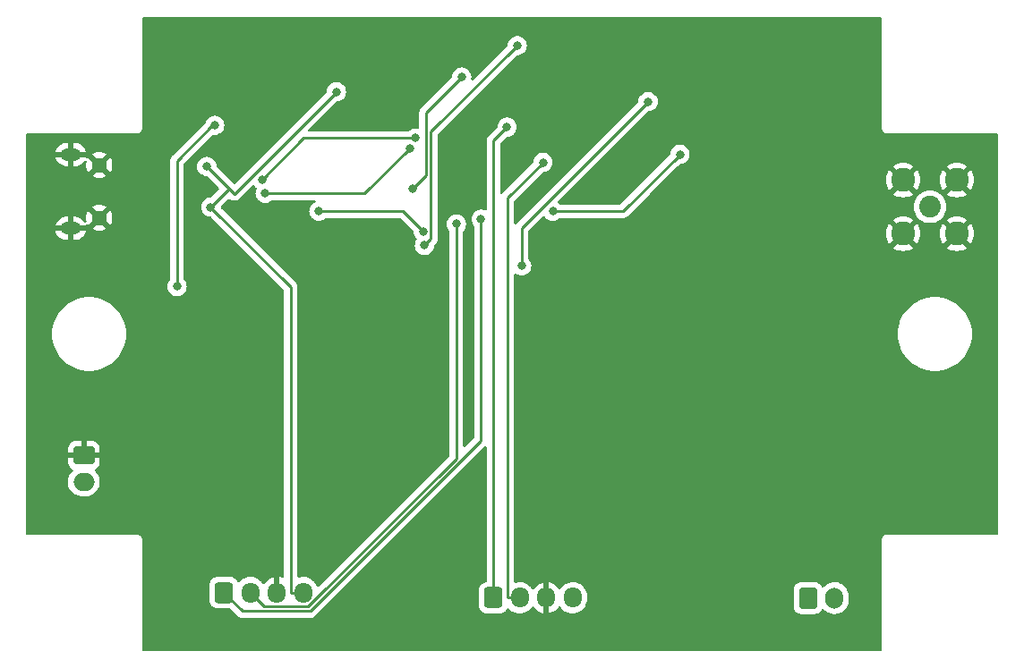
<source format=gbr>
%TF.GenerationSoftware,KiCad,Pcbnew,(6.0.5)*%
%TF.CreationDate,2022-06-07T21:42:27+02:00*%
%TF.ProjectId,ESP32-LoRA-ADIO,45535033-322d-44c6-9f52-412d4144494f,rev?*%
%TF.SameCoordinates,Original*%
%TF.FileFunction,Copper,L2,Bot*%
%TF.FilePolarity,Positive*%
%FSLAX46Y46*%
G04 Gerber Fmt 4.6, Leading zero omitted, Abs format (unit mm)*
G04 Created by KiCad (PCBNEW (6.0.5)) date 2022-06-07 21:42:27*
%MOMM*%
%LPD*%
G01*
G04 APERTURE LIST*
G04 Aperture macros list*
%AMRoundRect*
0 Rectangle with rounded corners*
0 $1 Rounding radius*
0 $2 $3 $4 $5 $6 $7 $8 $9 X,Y pos of 4 corners*
0 Add a 4 corners polygon primitive as box body*
4,1,4,$2,$3,$4,$5,$6,$7,$8,$9,$2,$3,0*
0 Add four circle primitives for the rounded corners*
1,1,$1+$1,$2,$3*
1,1,$1+$1,$4,$5*
1,1,$1+$1,$6,$7*
1,1,$1+$1,$8,$9*
0 Add four rect primitives between the rounded corners*
20,1,$1+$1,$2,$3,$4,$5,0*
20,1,$1+$1,$4,$5,$6,$7,0*
20,1,$1+$1,$6,$7,$8,$9,0*
20,1,$1+$1,$8,$9,$2,$3,0*%
G04 Aperture macros list end*
%TA.AperFunction,ComponentPad*%
%ADD10O,1.700000X1.950000*%
%TD*%
%TA.AperFunction,ComponentPad*%
%ADD11RoundRect,0.250000X-0.600000X-0.725000X0.600000X-0.725000X0.600000X0.725000X-0.600000X0.725000X0*%
%TD*%
%TA.AperFunction,ComponentPad*%
%ADD12O,1.900000X1.200000*%
%TD*%
%TA.AperFunction,ComponentPad*%
%ADD13C,1.450000*%
%TD*%
%TA.AperFunction,ComponentPad*%
%ADD14C,2.250000*%
%TD*%
%TA.AperFunction,ComponentPad*%
%ADD15C,2.050000*%
%TD*%
%TA.AperFunction,ComponentPad*%
%ADD16O,2.000000X1.700000*%
%TD*%
%TA.AperFunction,ComponentPad*%
%ADD17RoundRect,0.250000X-0.750000X0.600000X-0.750000X-0.600000X0.750000X-0.600000X0.750000X0.600000X0*%
%TD*%
%TA.AperFunction,ComponentPad*%
%ADD18O,1.700000X2.000000*%
%TD*%
%TA.AperFunction,ComponentPad*%
%ADD19RoundRect,0.250000X-0.600000X-0.750000X0.600000X-0.750000X0.600000X0.750000X-0.600000X0.750000X0*%
%TD*%
%TA.AperFunction,ViaPad*%
%ADD20C,0.800000*%
%TD*%
%TA.AperFunction,Conductor*%
%ADD21C,0.250000*%
%TD*%
G04 APERTURE END LIST*
D10*
%TO.P,J5,4,Pin_4*%
%TO.N,+3V3*%
X140750000Y-80975000D03*
%TO.P,J5,3,Pin_3*%
%TO.N,Earth*%
X138250000Y-80975000D03*
%TO.P,J5,2,Pin_2*%
%TO.N,ESP-RX*%
X135750000Y-80975000D03*
D11*
%TO.P,J5,1,Pin_1*%
%TO.N,ESP-TX*%
X133250000Y-80975000D03*
%TD*%
D10*
%TO.P,J3,4,Pin_4*%
%TO.N,+3V3*%
X166250000Y-81475000D03*
%TO.P,J3,3,Pin_3*%
%TO.N,Earth*%
X163750000Y-81475000D03*
%TO.P,J3,2,Pin_2*%
%TO.N,ESP-AI*%
X161250000Y-81475000D03*
D11*
%TO.P,J3,1,Pin_1*%
%TO.N,ESP-AO*%
X158750000Y-81475000D03*
%TD*%
D12*
%TO.P,J1,6,Shield*%
%TO.N,Earth*%
X118762500Y-46500000D03*
D13*
X121462500Y-40500000D03*
D12*
X118762500Y-39500000D03*
D13*
X121462500Y-45500000D03*
%TD*%
D14*
%TO.P,J6,2,Ext*%
%TO.N,Earth*%
X202580000Y-41920000D03*
X197500000Y-47000000D03*
X197500000Y-41920000D03*
X202580000Y-47000000D03*
D15*
%TO.P,J6,1,In*%
%TO.N,Net-(J6-Pad1)*%
X200040000Y-44460000D03*
%TD*%
D16*
%TO.P,J2,2,Pin_2*%
%TO.N,Net-(J2-Pad2)*%
X120000000Y-70500000D03*
D17*
%TO.P,J2,1,Pin_1*%
%TO.N,Earth*%
X120000000Y-68000000D03*
%TD*%
D18*
%TO.P,J4,2,Pin_2*%
%TO.N,Net-(J4-Pad2)*%
X191000000Y-81500000D03*
D19*
%TO.P,J4,1,Pin_1*%
%TO.N,Net-(J4-Pad1)*%
X188500000Y-81500000D03*
%TD*%
D20*
%TO.N,Earth*%
X183000000Y-38000000D03*
X145000000Y-46500000D03*
X157000000Y-36500000D03*
X151000000Y-50000000D03*
%TO.N,Lora_MOSI*%
X173377000Y-34500000D03*
X161416900Y-50037800D03*
%TO.N,Lora_DIO1*%
X161006600Y-29190000D03*
X152225400Y-48115000D03*
%TO.N,Lora_RST*%
X176393600Y-39492200D03*
X164369000Y-44878900D03*
%TO.N,Lora_DIO0*%
X155743000Y-32171200D03*
X151069900Y-42761200D03*
%TO.N,UART-RX*%
X136848600Y-41905000D03*
X151365100Y-37955000D03*
%TO.N,UART-TX*%
X137160500Y-43175000D03*
X150854500Y-38891900D03*
%TO.N,IO0_ESP32*%
X142240300Y-44870800D03*
X152106700Y-46809000D03*
%TO.N,ESP-RX*%
X155249200Y-46079400D03*
%TO.N,ESP-TX*%
X157573300Y-45629300D03*
%TO.N,ESP-AI*%
X163434100Y-40249900D03*
%TO.N,ESP-AO*%
X160038800Y-36913000D03*
%TO.N,+3V3*%
X131636600Y-40635000D03*
X143901700Y-33562800D03*
X132011500Y-44480000D03*
%TO.N,Net-(C2-Pad1)*%
X132392200Y-36738600D03*
X128826000Y-52000000D03*
%TD*%
D21*
%TO.N,Lora_MOSI*%
X161416900Y-46460100D02*
X173377000Y-34500000D01*
X161416900Y-50037800D02*
X161416900Y-46460100D01*
%TO.N,Lora_DIO1*%
X152832100Y-37364500D02*
X161006600Y-29190000D01*
X152832100Y-47508300D02*
X152832100Y-37364500D01*
X152225400Y-48115000D02*
X152832100Y-47508300D01*
%TO.N,Lora_RST*%
X171006900Y-44878900D02*
X164369000Y-44878900D01*
X176393600Y-39492200D02*
X171006900Y-44878900D01*
%TO.N,Lora_DIO0*%
X152374100Y-35540100D02*
X155743000Y-32171200D01*
X152374100Y-41457000D02*
X152374100Y-35540100D01*
X151069900Y-42761200D02*
X152374100Y-41457000D01*
%TO.N,UART-RX*%
X140798600Y-37955000D02*
X151365100Y-37955000D01*
X136848600Y-41905000D02*
X140798600Y-37955000D01*
%TO.N,UART-TX*%
X146571400Y-43175000D02*
X137160500Y-43175000D01*
X150854500Y-38891900D02*
X146571400Y-43175000D01*
%TO.N,IO0_ESP32*%
X150168500Y-44870800D02*
X152106700Y-46809000D01*
X142240300Y-44870800D02*
X150168500Y-44870800D01*
%TO.N,ESP-RX*%
X155249200Y-68282800D02*
X155249200Y-46079400D01*
X141240700Y-82291300D02*
X155249200Y-68282800D01*
X137066300Y-82291300D02*
X141240700Y-82291300D01*
X135750000Y-80975000D02*
X137066300Y-82291300D01*
%TO.N,ESP-TX*%
X157573300Y-66595600D02*
X157573300Y-45629300D01*
X141427300Y-82741600D02*
X157573300Y-66595600D01*
X135016600Y-82741600D02*
X141427300Y-82741600D01*
X133250000Y-80975000D02*
X135016600Y-82741600D01*
%TO.N,ESP-AI*%
X161250000Y-81475000D02*
X160074700Y-81475000D01*
X160074700Y-43609300D02*
X160074700Y-81475000D01*
X163434100Y-40249900D02*
X160074700Y-43609300D01*
%TO.N,ESP-AO*%
X158750000Y-38201800D02*
X160038800Y-36913000D01*
X158750000Y-81475000D02*
X158750000Y-38201800D01*
%TO.N,+3V3*%
X133746600Y-42744900D02*
X132011500Y-44480000D01*
X133746600Y-42744900D02*
X131636600Y-40635000D01*
X134233100Y-43231400D02*
X143901700Y-33562800D01*
X133746600Y-42744900D02*
X134233100Y-43231400D01*
X139574700Y-52043200D02*
X132011500Y-44480000D01*
X139574700Y-80975000D02*
X139574700Y-52043200D01*
X140750000Y-80975000D02*
X139574700Y-80975000D01*
%TO.N,Net-(C2-Pad1)*%
X128826000Y-40088200D02*
X128826000Y-52000000D01*
X132175600Y-36738600D02*
X128826000Y-40088200D01*
X132392200Y-36738600D02*
X132175600Y-36738600D01*
%TD*%
%TA.AperFunction,Conductor*%
%TO.N,Earth*%
G36*
X195433621Y-26528502D02*
G01*
X195480114Y-26582158D01*
X195491500Y-26634500D01*
X195491500Y-36991377D01*
X195491498Y-36992147D01*
X195491024Y-37069721D01*
X195495736Y-37086206D01*
X195499150Y-37098153D01*
X195502728Y-37114915D01*
X195506920Y-37144187D01*
X195510634Y-37152355D01*
X195510634Y-37152356D01*
X195517548Y-37167562D01*
X195523996Y-37185086D01*
X195531051Y-37209771D01*
X195535843Y-37217365D01*
X195535844Y-37217368D01*
X195546830Y-37234780D01*
X195554969Y-37249863D01*
X195567208Y-37276782D01*
X195573069Y-37283584D01*
X195583970Y-37296235D01*
X195595073Y-37311239D01*
X195608776Y-37332958D01*
X195615501Y-37338897D01*
X195615504Y-37338901D01*
X195630938Y-37352532D01*
X195642982Y-37364724D01*
X195656427Y-37380327D01*
X195656430Y-37380329D01*
X195662287Y-37387127D01*
X195669816Y-37392007D01*
X195669817Y-37392008D01*
X195683835Y-37401094D01*
X195698709Y-37412385D01*
X195711217Y-37423431D01*
X195717951Y-37429378D01*
X195744711Y-37441942D01*
X195759691Y-37450263D01*
X195776983Y-37461471D01*
X195776988Y-37461473D01*
X195784515Y-37466352D01*
X195793108Y-37468922D01*
X195793113Y-37468924D01*
X195809120Y-37473711D01*
X195826564Y-37480372D01*
X195841676Y-37487467D01*
X195841678Y-37487468D01*
X195849800Y-37491281D01*
X195858667Y-37492662D01*
X195858668Y-37492662D01*
X195861353Y-37493080D01*
X195879017Y-37495830D01*
X195895732Y-37499613D01*
X195915466Y-37505515D01*
X195915472Y-37505516D01*
X195924066Y-37508086D01*
X195933037Y-37508141D01*
X195933038Y-37508141D01*
X195943097Y-37508202D01*
X195958506Y-37508296D01*
X195959289Y-37508329D01*
X195960386Y-37508500D01*
X195991377Y-37508500D01*
X195992147Y-37508502D01*
X196065785Y-37508952D01*
X196065786Y-37508952D01*
X196069721Y-37508976D01*
X196071065Y-37508592D01*
X196072410Y-37508500D01*
X206365500Y-37508500D01*
X206433621Y-37528502D01*
X206480114Y-37582158D01*
X206491500Y-37634500D01*
X206491500Y-75365500D01*
X206471498Y-75433621D01*
X206417842Y-75480114D01*
X206365500Y-75491500D01*
X196008623Y-75491500D01*
X196007853Y-75491498D01*
X196007037Y-75491493D01*
X195930279Y-75491024D01*
X195907918Y-75497415D01*
X195901847Y-75499150D01*
X195885085Y-75502728D01*
X195855813Y-75506920D01*
X195847645Y-75510634D01*
X195847644Y-75510634D01*
X195832438Y-75517548D01*
X195814914Y-75523996D01*
X195790229Y-75531051D01*
X195782635Y-75535843D01*
X195782632Y-75535844D01*
X195765220Y-75546830D01*
X195750137Y-75554969D01*
X195723218Y-75567208D01*
X195716416Y-75573069D01*
X195703765Y-75583970D01*
X195688761Y-75595073D01*
X195667042Y-75608776D01*
X195661103Y-75615501D01*
X195661099Y-75615504D01*
X195647468Y-75630938D01*
X195635276Y-75642982D01*
X195619673Y-75656427D01*
X195619671Y-75656430D01*
X195612873Y-75662287D01*
X195607993Y-75669816D01*
X195607992Y-75669817D01*
X195598906Y-75683835D01*
X195587615Y-75698709D01*
X195576569Y-75711217D01*
X195570622Y-75717951D01*
X195564312Y-75731391D01*
X195558058Y-75744711D01*
X195549737Y-75759691D01*
X195538529Y-75776983D01*
X195538527Y-75776988D01*
X195533648Y-75784515D01*
X195531078Y-75793108D01*
X195531076Y-75793113D01*
X195526289Y-75809120D01*
X195519628Y-75826564D01*
X195512533Y-75841676D01*
X195508719Y-75849800D01*
X195507338Y-75858667D01*
X195507338Y-75858668D01*
X195504170Y-75879015D01*
X195500387Y-75895732D01*
X195494485Y-75915466D01*
X195494484Y-75915472D01*
X195491914Y-75924066D01*
X195491859Y-75933037D01*
X195491859Y-75933038D01*
X195491704Y-75958497D01*
X195491671Y-75959289D01*
X195491500Y-75960386D01*
X195491500Y-75991377D01*
X195491498Y-75992147D01*
X195491024Y-76069721D01*
X195491408Y-76071065D01*
X195491500Y-76072410D01*
X195491500Y-86365500D01*
X195471498Y-86433621D01*
X195417842Y-86480114D01*
X195365500Y-86491500D01*
X125634500Y-86491500D01*
X125566379Y-86471498D01*
X125519886Y-86417842D01*
X125508500Y-86365500D01*
X125508500Y-76008623D01*
X125508502Y-76007853D01*
X125508800Y-75959102D01*
X125508976Y-75930279D01*
X125500850Y-75901847D01*
X125497272Y-75885085D01*
X125494352Y-75864698D01*
X125493080Y-75855813D01*
X125482451Y-75832436D01*
X125476004Y-75814913D01*
X125471416Y-75798862D01*
X125468949Y-75790229D01*
X125464156Y-75782632D01*
X125453170Y-75765220D01*
X125445030Y-75750135D01*
X125442564Y-75744711D01*
X125432792Y-75723218D01*
X125416030Y-75703765D01*
X125404927Y-75688761D01*
X125391224Y-75667042D01*
X125384499Y-75661103D01*
X125384496Y-75661099D01*
X125369062Y-75647468D01*
X125357018Y-75635276D01*
X125343573Y-75619673D01*
X125343570Y-75619671D01*
X125337713Y-75612873D01*
X125324009Y-75603990D01*
X125316165Y-75598906D01*
X125301291Y-75587615D01*
X125288783Y-75576569D01*
X125288782Y-75576568D01*
X125282049Y-75570622D01*
X125255287Y-75558057D01*
X125240309Y-75549737D01*
X125223017Y-75538529D01*
X125223012Y-75538527D01*
X125215485Y-75533648D01*
X125206892Y-75531078D01*
X125206887Y-75531076D01*
X125190880Y-75526289D01*
X125173436Y-75519628D01*
X125158324Y-75512533D01*
X125158322Y-75512532D01*
X125150200Y-75508719D01*
X125141333Y-75507338D01*
X125141332Y-75507338D01*
X125130478Y-75505648D01*
X125120983Y-75504170D01*
X125104268Y-75500387D01*
X125084534Y-75494485D01*
X125084528Y-75494484D01*
X125075934Y-75491914D01*
X125066963Y-75491859D01*
X125066962Y-75491859D01*
X125056903Y-75491798D01*
X125041494Y-75491704D01*
X125040711Y-75491671D01*
X125039614Y-75491500D01*
X125008623Y-75491500D01*
X125007853Y-75491498D01*
X124934215Y-75491048D01*
X124934214Y-75491048D01*
X124930279Y-75491024D01*
X124928935Y-75491408D01*
X124927590Y-75491500D01*
X114634500Y-75491500D01*
X114566379Y-75471498D01*
X114519886Y-75417842D01*
X114508500Y-75365500D01*
X114508500Y-70435774D01*
X118488102Y-70435774D01*
X118496751Y-70666158D01*
X118544093Y-70891791D01*
X118628776Y-71106221D01*
X118748377Y-71303317D01*
X118751874Y-71307347D01*
X118838438Y-71407103D01*
X118899477Y-71477445D01*
X118903608Y-71480832D01*
X119073627Y-71620240D01*
X119073633Y-71620244D01*
X119077755Y-71623624D01*
X119082391Y-71626263D01*
X119082394Y-71626265D01*
X119191422Y-71688327D01*
X119278114Y-71737675D01*
X119494825Y-71816337D01*
X119500074Y-71817286D01*
X119500077Y-71817287D01*
X119717608Y-71856623D01*
X119717615Y-71856624D01*
X119721692Y-71857361D01*
X119739414Y-71858197D01*
X119744356Y-71858430D01*
X119744363Y-71858430D01*
X119745844Y-71858500D01*
X120207890Y-71858500D01*
X120274809Y-71852822D01*
X120374409Y-71844371D01*
X120374413Y-71844370D01*
X120379720Y-71843920D01*
X120384875Y-71842582D01*
X120384881Y-71842581D01*
X120597703Y-71787343D01*
X120597707Y-71787342D01*
X120602872Y-71786001D01*
X120607738Y-71783809D01*
X120607741Y-71783808D01*
X120808202Y-71693507D01*
X120813075Y-71691312D01*
X121004319Y-71562559D01*
X121171135Y-71403424D01*
X121308754Y-71218458D01*
X121413240Y-71012949D01*
X121449321Y-70896752D01*
X121480024Y-70797871D01*
X121481607Y-70792773D01*
X121482308Y-70787484D01*
X121511198Y-70569511D01*
X121511198Y-70569506D01*
X121511898Y-70564226D01*
X121503249Y-70333842D01*
X121455907Y-70108209D01*
X121371224Y-69893779D01*
X121251623Y-69696683D01*
X121164755Y-69596576D01*
X121104023Y-69526588D01*
X121104021Y-69526586D01*
X121100523Y-69522555D01*
X121064471Y-69492994D01*
X121024476Y-69434334D01*
X121022545Y-69363364D01*
X121059290Y-69302616D01*
X121078059Y-69288416D01*
X121217807Y-69201937D01*
X121229208Y-69192901D01*
X121343739Y-69078171D01*
X121352751Y-69066760D01*
X121437816Y-68928757D01*
X121443963Y-68915576D01*
X121495138Y-68761290D01*
X121498005Y-68747914D01*
X121507672Y-68653562D01*
X121508000Y-68647146D01*
X121508000Y-68272115D01*
X121503525Y-68256876D01*
X121502135Y-68255671D01*
X121494452Y-68254000D01*
X118510116Y-68254000D01*
X118494877Y-68258475D01*
X118493672Y-68259865D01*
X118492001Y-68267548D01*
X118492001Y-68647095D01*
X118492338Y-68653614D01*
X118502257Y-68749206D01*
X118505149Y-68762600D01*
X118556588Y-68916784D01*
X118562761Y-68929962D01*
X118648063Y-69067807D01*
X118657099Y-69079208D01*
X118771829Y-69193739D01*
X118783243Y-69202753D01*
X118922713Y-69288723D01*
X118970207Y-69341495D01*
X118981631Y-69411566D01*
X118953357Y-69476690D01*
X118943574Y-69487149D01*
X118828865Y-69596576D01*
X118691246Y-69781542D01*
X118586760Y-69987051D01*
X118585178Y-69992145D01*
X118585177Y-69992148D01*
X118523115Y-70192020D01*
X118518393Y-70207227D01*
X118517692Y-70212516D01*
X118502304Y-70328623D01*
X118488102Y-70435774D01*
X114508500Y-70435774D01*
X114508500Y-67727885D01*
X118492000Y-67727885D01*
X118496475Y-67743124D01*
X118497865Y-67744329D01*
X118505548Y-67746000D01*
X119727885Y-67746000D01*
X119743124Y-67741525D01*
X119744329Y-67740135D01*
X119746000Y-67732452D01*
X119746000Y-67727885D01*
X120254000Y-67727885D01*
X120258475Y-67743124D01*
X120259865Y-67744329D01*
X120267548Y-67746000D01*
X121489884Y-67746000D01*
X121505123Y-67741525D01*
X121506328Y-67740135D01*
X121507999Y-67732452D01*
X121507999Y-67352905D01*
X121507662Y-67346386D01*
X121497743Y-67250794D01*
X121494851Y-67237400D01*
X121443412Y-67083216D01*
X121437239Y-67070038D01*
X121351937Y-66932193D01*
X121342901Y-66920792D01*
X121228171Y-66806261D01*
X121216760Y-66797249D01*
X121078757Y-66712184D01*
X121065576Y-66706037D01*
X120911290Y-66654862D01*
X120897914Y-66651995D01*
X120803562Y-66642328D01*
X120797145Y-66642000D01*
X120272115Y-66642000D01*
X120256876Y-66646475D01*
X120255671Y-66647865D01*
X120254000Y-66655548D01*
X120254000Y-67727885D01*
X119746000Y-67727885D01*
X119746000Y-66660116D01*
X119741525Y-66644877D01*
X119740135Y-66643672D01*
X119732452Y-66642001D01*
X119202905Y-66642001D01*
X119196386Y-66642338D01*
X119100794Y-66652257D01*
X119087400Y-66655149D01*
X118933216Y-66706588D01*
X118920038Y-66712761D01*
X118782193Y-66798063D01*
X118770792Y-66807099D01*
X118656261Y-66921829D01*
X118647249Y-66933240D01*
X118562184Y-67071243D01*
X118556037Y-67084424D01*
X118504862Y-67238710D01*
X118501995Y-67252086D01*
X118492328Y-67346438D01*
X118492000Y-67352855D01*
X118492000Y-67727885D01*
X114508500Y-67727885D01*
X114508500Y-56500000D01*
X116986685Y-56500000D01*
X117005931Y-56867241D01*
X117063459Y-57230459D01*
X117158639Y-57585674D01*
X117159824Y-57588762D01*
X117159825Y-57588764D01*
X117209902Y-57719218D01*
X117290427Y-57928994D01*
X117457380Y-58256657D01*
X117657668Y-58565075D01*
X117889098Y-58850867D01*
X118149133Y-59110902D01*
X118434925Y-59342332D01*
X118743342Y-59542620D01*
X118746276Y-59544115D01*
X118746283Y-59544119D01*
X119068066Y-59708075D01*
X119071006Y-59709573D01*
X119414326Y-59841361D01*
X119769541Y-59936541D01*
X119962558Y-59967112D01*
X120129511Y-59993555D01*
X120129519Y-59993556D01*
X120132759Y-59994069D01*
X120500000Y-60013315D01*
X120867241Y-59994069D01*
X120870481Y-59993556D01*
X120870489Y-59993555D01*
X121037442Y-59967112D01*
X121230459Y-59936541D01*
X121585674Y-59841361D01*
X121928994Y-59709573D01*
X121931934Y-59708075D01*
X122253717Y-59544119D01*
X122253724Y-59544115D01*
X122256658Y-59542620D01*
X122565075Y-59342332D01*
X122850867Y-59110902D01*
X123110902Y-58850867D01*
X123342332Y-58565075D01*
X123542620Y-58256657D01*
X123709573Y-57928994D01*
X123790098Y-57719218D01*
X123840175Y-57588764D01*
X123840176Y-57588762D01*
X123841361Y-57585674D01*
X123936541Y-57230459D01*
X123994069Y-56867241D01*
X124013315Y-56500000D01*
X123994069Y-56132759D01*
X123936541Y-55769541D01*
X123841361Y-55414326D01*
X123797365Y-55299711D01*
X123710757Y-55074091D01*
X123709573Y-55071006D01*
X123542620Y-54743343D01*
X123342332Y-54434925D01*
X123110902Y-54149133D01*
X122850867Y-53889098D01*
X122565075Y-53657668D01*
X122256658Y-53457380D01*
X122253724Y-53455885D01*
X122253717Y-53455881D01*
X121931934Y-53291925D01*
X121928994Y-53290427D01*
X121585674Y-53158639D01*
X121230459Y-53063459D01*
X121037442Y-53032888D01*
X120870489Y-53006445D01*
X120870481Y-53006444D01*
X120867241Y-53005931D01*
X120500000Y-52986685D01*
X120132759Y-53005931D01*
X120129519Y-53006444D01*
X120129511Y-53006445D01*
X119962558Y-53032888D01*
X119769541Y-53063459D01*
X119414326Y-53158639D01*
X119071006Y-53290427D01*
X119068066Y-53291925D01*
X118746284Y-53455881D01*
X118746277Y-53455885D01*
X118743343Y-53457380D01*
X118434925Y-53657668D01*
X118149133Y-53889098D01*
X117889098Y-54149133D01*
X117657668Y-54434925D01*
X117457380Y-54743343D01*
X117290427Y-55071006D01*
X117289243Y-55074091D01*
X117202636Y-55299711D01*
X117158639Y-55414326D01*
X117063459Y-55769541D01*
X117005931Y-56132759D01*
X116986685Y-56500000D01*
X114508500Y-56500000D01*
X114508500Y-52000000D01*
X127912496Y-52000000D01*
X127913186Y-52006565D01*
X127924388Y-52113142D01*
X127932458Y-52189928D01*
X127991473Y-52371556D01*
X128086960Y-52536944D01*
X128214747Y-52678866D01*
X128369248Y-52791118D01*
X128375276Y-52793802D01*
X128375278Y-52793803D01*
X128537681Y-52866109D01*
X128543712Y-52868794D01*
X128637112Y-52888647D01*
X128724056Y-52907128D01*
X128724061Y-52907128D01*
X128730513Y-52908500D01*
X128921487Y-52908500D01*
X128927939Y-52907128D01*
X128927944Y-52907128D01*
X129014888Y-52888647D01*
X129108288Y-52868794D01*
X129114319Y-52866109D01*
X129276722Y-52793803D01*
X129276724Y-52793802D01*
X129282752Y-52791118D01*
X129437253Y-52678866D01*
X129565040Y-52536944D01*
X129660527Y-52371556D01*
X129719542Y-52189928D01*
X129727613Y-52113142D01*
X129738814Y-52006565D01*
X129739504Y-52000000D01*
X129728181Y-51892270D01*
X129720232Y-51816635D01*
X129720232Y-51816633D01*
X129719542Y-51810072D01*
X129660527Y-51628444D01*
X129657086Y-51622483D01*
X129568341Y-51468774D01*
X129565040Y-51463056D01*
X129491863Y-51381785D01*
X129461147Y-51317779D01*
X129459500Y-51297476D01*
X129459500Y-40635000D01*
X130723096Y-40635000D01*
X130743058Y-40824928D01*
X130802073Y-41006556D01*
X130897560Y-41171944D01*
X130901978Y-41176851D01*
X130901979Y-41176852D01*
X130917955Y-41194595D01*
X131025347Y-41313866D01*
X131124443Y-41385864D01*
X131169538Y-41418627D01*
X131179848Y-41426118D01*
X131185876Y-41428802D01*
X131185878Y-41428803D01*
X131348281Y-41501109D01*
X131354312Y-41503794D01*
X131429214Y-41519715D01*
X131534656Y-41542128D01*
X131534661Y-41542128D01*
X131541113Y-41543500D01*
X131597029Y-41543500D01*
X131665150Y-41563502D01*
X131686121Y-41580401D01*
X132693516Y-42587749D01*
X132761585Y-42655815D01*
X132795612Y-42718127D01*
X132790549Y-42788943D01*
X132761587Y-42834009D01*
X132406095Y-43189500D01*
X132060999Y-43534596D01*
X131998687Y-43568621D01*
X131971904Y-43571500D01*
X131916013Y-43571500D01*
X131909561Y-43572872D01*
X131909556Y-43572872D01*
X131832539Y-43589243D01*
X131729212Y-43611206D01*
X131723182Y-43613891D01*
X131723181Y-43613891D01*
X131560778Y-43686197D01*
X131560776Y-43686198D01*
X131554748Y-43688882D01*
X131549407Y-43692762D01*
X131549406Y-43692763D01*
X131516251Y-43716852D01*
X131400247Y-43801134D01*
X131395826Y-43806044D01*
X131395825Y-43806045D01*
X131289360Y-43924287D01*
X131272460Y-43943056D01*
X131238425Y-44002006D01*
X131192167Y-44082128D01*
X131176973Y-44108444D01*
X131117958Y-44290072D01*
X131117268Y-44296633D01*
X131117268Y-44296635D01*
X131104742Y-44415816D01*
X131097996Y-44480000D01*
X131117958Y-44669928D01*
X131176973Y-44851556D01*
X131180276Y-44857278D01*
X131180277Y-44857279D01*
X131205514Y-44900990D01*
X131272460Y-45016944D01*
X131400247Y-45158866D01*
X131554748Y-45271118D01*
X131560776Y-45273802D01*
X131560778Y-45273803D01*
X131719280Y-45344372D01*
X131729212Y-45348794D01*
X131819169Y-45367915D01*
X131909556Y-45387128D01*
X131909561Y-45387128D01*
X131916013Y-45388500D01*
X131971906Y-45388500D01*
X132040027Y-45408502D01*
X132061001Y-45425405D01*
X138904295Y-52268700D01*
X138938321Y-52331012D01*
X138941200Y-52357795D01*
X138941200Y-79473014D01*
X138921198Y-79541135D01*
X138867542Y-79587628D01*
X138797268Y-79597732D01*
X138767794Y-79589756D01*
X138757666Y-79585643D01*
X138547760Y-79520466D01*
X138537376Y-79518183D01*
X138521957Y-79516139D01*
X138507793Y-79518335D01*
X138504000Y-79531522D01*
X138504000Y-81103000D01*
X138483998Y-81171121D01*
X138430342Y-81217614D01*
X138378000Y-81229000D01*
X138122000Y-81229000D01*
X138053879Y-81208998D01*
X138007386Y-81155342D01*
X137996000Y-81103000D01*
X137996000Y-79533808D01*
X137992027Y-79520277D01*
X137981420Y-79518752D01*
X137863579Y-79543477D01*
X137853383Y-79546537D01*
X137648971Y-79627263D01*
X137639439Y-79631994D01*
X137451538Y-79746016D01*
X137442948Y-79752280D01*
X137276948Y-79896327D01*
X137269528Y-79903958D01*
X137130174Y-80073911D01*
X137124152Y-80082674D01*
X137108762Y-80109711D01*
X137057680Y-80159018D01*
X136988049Y-80172880D01*
X136921978Y-80146897D01*
X136894739Y-80117747D01*
X136845152Y-80044093D01*
X136812559Y-79995681D01*
X136763511Y-79944265D01*
X136725059Y-79903958D01*
X136653424Y-79828865D01*
X136468458Y-79691246D01*
X136463707Y-79688830D01*
X136463703Y-79688828D01*
X136345588Y-79628776D01*
X136262949Y-79586760D01*
X136257855Y-79585178D01*
X136257852Y-79585177D01*
X136047871Y-79519976D01*
X136042773Y-79518393D01*
X136037484Y-79517692D01*
X135819511Y-79488802D01*
X135819506Y-79488802D01*
X135814226Y-79488102D01*
X135808897Y-79488302D01*
X135808895Y-79488302D01*
X135699034Y-79492426D01*
X135583842Y-79496751D01*
X135578623Y-79497846D01*
X135556566Y-79502474D01*
X135358209Y-79544093D01*
X135353250Y-79546051D01*
X135353248Y-79546052D01*
X135148744Y-79626815D01*
X135148742Y-79626816D01*
X135143779Y-79628776D01*
X135139220Y-79631543D01*
X135139217Y-79631544D01*
X135040832Y-79691246D01*
X134946683Y-79748377D01*
X134942653Y-79751874D01*
X134849484Y-79832722D01*
X134772555Y-79899477D01*
X134743330Y-79935120D01*
X134684671Y-79975114D01*
X134613701Y-79977046D01*
X134552952Y-79940302D01*
X134538752Y-79921532D01*
X134452332Y-79781880D01*
X134448478Y-79775652D01*
X134323303Y-79650695D01*
X134292965Y-79631994D01*
X134178968Y-79561725D01*
X134178966Y-79561724D01*
X134172738Y-79557885D01*
X134059353Y-79520277D01*
X134011389Y-79504368D01*
X134011387Y-79504368D01*
X134004861Y-79502203D01*
X133998025Y-79501503D01*
X133998022Y-79501502D01*
X133954969Y-79497091D01*
X133900400Y-79491500D01*
X132599600Y-79491500D01*
X132596354Y-79491837D01*
X132596350Y-79491837D01*
X132500692Y-79501762D01*
X132500688Y-79501763D01*
X132493834Y-79502474D01*
X132487298Y-79504655D01*
X132487296Y-79504655D01*
X132355194Y-79548728D01*
X132326054Y-79558450D01*
X132175652Y-79651522D01*
X132050695Y-79776697D01*
X132046855Y-79782927D01*
X132046854Y-79782928D01*
X131976954Y-79896327D01*
X131957885Y-79927262D01*
X131937705Y-79988102D01*
X131905353Y-80085643D01*
X131902203Y-80095139D01*
X131901503Y-80101975D01*
X131901502Y-80101978D01*
X131898473Y-80131544D01*
X131891500Y-80199600D01*
X131891500Y-81750400D01*
X131891837Y-81753646D01*
X131891837Y-81753650D01*
X131894396Y-81778308D01*
X131902474Y-81856166D01*
X131958450Y-82023946D01*
X132051522Y-82174348D01*
X132176697Y-82299305D01*
X132182927Y-82303145D01*
X132182928Y-82303146D01*
X132301724Y-82376373D01*
X132327262Y-82392115D01*
X132369625Y-82406166D01*
X132488611Y-82445632D01*
X132488613Y-82445632D01*
X132495139Y-82447797D01*
X132501975Y-82448497D01*
X132501978Y-82448498D01*
X132545031Y-82452909D01*
X132599600Y-82458500D01*
X133785406Y-82458500D01*
X133853527Y-82478502D01*
X133874501Y-82495405D01*
X134512943Y-83133847D01*
X134520487Y-83142137D01*
X134524600Y-83148618D01*
X134530377Y-83154043D01*
X134574267Y-83195258D01*
X134577109Y-83198013D01*
X134596831Y-83217735D01*
X134599955Y-83220158D01*
X134599959Y-83220162D01*
X134600024Y-83220212D01*
X134609045Y-83227917D01*
X134641279Y-83258186D01*
X134648227Y-83262005D01*
X134648229Y-83262007D01*
X134659032Y-83267946D01*
X134675559Y-83278802D01*
X134685298Y-83286357D01*
X134685300Y-83286358D01*
X134691560Y-83291214D01*
X134732140Y-83308774D01*
X134742788Y-83313991D01*
X134767576Y-83327618D01*
X134781540Y-83335295D01*
X134789216Y-83337266D01*
X134789219Y-83337267D01*
X134801162Y-83340333D01*
X134819867Y-83346737D01*
X134838455Y-83354781D01*
X134846278Y-83356020D01*
X134846288Y-83356023D01*
X134882124Y-83361699D01*
X134893744Y-83364105D01*
X134925559Y-83372273D01*
X134936570Y-83375100D01*
X134956824Y-83375100D01*
X134976534Y-83376651D01*
X134996543Y-83379820D01*
X135004435Y-83379074D01*
X135023180Y-83377302D01*
X135040562Y-83375659D01*
X135052419Y-83375100D01*
X141348533Y-83375100D01*
X141359716Y-83375627D01*
X141367209Y-83377302D01*
X141375135Y-83377053D01*
X141375136Y-83377053D01*
X141435286Y-83375162D01*
X141439245Y-83375100D01*
X141467156Y-83375100D01*
X141471091Y-83374603D01*
X141471156Y-83374595D01*
X141482993Y-83373662D01*
X141515251Y-83372648D01*
X141519270Y-83372522D01*
X141527189Y-83372273D01*
X141546643Y-83366621D01*
X141566000Y-83362613D01*
X141578230Y-83361068D01*
X141578231Y-83361068D01*
X141586097Y-83360074D01*
X141593468Y-83357155D01*
X141593470Y-83357155D01*
X141627212Y-83343796D01*
X141638442Y-83339951D01*
X141673283Y-83329829D01*
X141673284Y-83329829D01*
X141680893Y-83327618D01*
X141687712Y-83323585D01*
X141687717Y-83323583D01*
X141698328Y-83317307D01*
X141716076Y-83308612D01*
X141734917Y-83301152D01*
X141770687Y-83275164D01*
X141780607Y-83268648D01*
X141811835Y-83250180D01*
X141811838Y-83250178D01*
X141818662Y-83246142D01*
X141832983Y-83231821D01*
X141848017Y-83218980D01*
X141849731Y-83217735D01*
X141864407Y-83207072D01*
X141892598Y-83172995D01*
X141900588Y-83164216D01*
X157901405Y-67163399D01*
X157963717Y-67129373D01*
X158034532Y-67134438D01*
X158091368Y-67176985D01*
X158116179Y-67243505D01*
X158116500Y-67252494D01*
X158116500Y-79876144D01*
X158096498Y-79944265D01*
X158042842Y-79990758D01*
X158003504Y-80001471D01*
X157993834Y-80002474D01*
X157987298Y-80004655D01*
X157987296Y-80004655D01*
X157855194Y-80048728D01*
X157826054Y-80058450D01*
X157675652Y-80151522D01*
X157550695Y-80276697D01*
X157546855Y-80282927D01*
X157546854Y-80282928D01*
X157472466Y-80403608D01*
X157457885Y-80427262D01*
X157402203Y-80595139D01*
X157401503Y-80601975D01*
X157401502Y-80601978D01*
X157399884Y-80617768D01*
X157391500Y-80699600D01*
X157391500Y-82250400D01*
X157391837Y-82253646D01*
X157391837Y-82253650D01*
X157400827Y-82340289D01*
X157402474Y-82356166D01*
X157404655Y-82362702D01*
X157404655Y-82362704D01*
X157436405Y-82457870D01*
X157458450Y-82523946D01*
X157551522Y-82674348D01*
X157676697Y-82799305D01*
X157682927Y-82803145D01*
X157682928Y-82803146D01*
X157820090Y-82887694D01*
X157827262Y-82892115D01*
X157862938Y-82903948D01*
X157988611Y-82945632D01*
X157988613Y-82945632D01*
X157995139Y-82947797D01*
X158001975Y-82948497D01*
X158001978Y-82948498D01*
X158037663Y-82952154D01*
X158099600Y-82958500D01*
X159400400Y-82958500D01*
X159403646Y-82958163D01*
X159403650Y-82958163D01*
X159499308Y-82948238D01*
X159499312Y-82948237D01*
X159506166Y-82947526D01*
X159512702Y-82945345D01*
X159512704Y-82945345D01*
X159644806Y-82901272D01*
X159673946Y-82891550D01*
X159824348Y-82798478D01*
X159949305Y-82673303D01*
X160039081Y-82527660D01*
X160091852Y-82480168D01*
X160161924Y-82468744D01*
X160227048Y-82497018D01*
X160237510Y-82506805D01*
X160275872Y-82547018D01*
X160346576Y-82621135D01*
X160531542Y-82758754D01*
X160536293Y-82761170D01*
X160536297Y-82761172D01*
X160599481Y-82793296D01*
X160737051Y-82863240D01*
X160742145Y-82864822D01*
X160742148Y-82864823D01*
X160890289Y-82910822D01*
X160957227Y-82931607D01*
X160962516Y-82932308D01*
X161180489Y-82961198D01*
X161180494Y-82961198D01*
X161185774Y-82961898D01*
X161191103Y-82961698D01*
X161191105Y-82961698D01*
X161316189Y-82957002D01*
X161416158Y-82953249D01*
X161438802Y-82948498D01*
X161636572Y-82907002D01*
X161641791Y-82905907D01*
X161646750Y-82903949D01*
X161646752Y-82903948D01*
X161851256Y-82823185D01*
X161851258Y-82823184D01*
X161856221Y-82821224D01*
X161861525Y-82818006D01*
X162015867Y-82724348D01*
X162053317Y-82701623D01*
X162085953Y-82673303D01*
X162223412Y-82554023D01*
X162223414Y-82554021D01*
X162227445Y-82550523D01*
X162294500Y-82468744D01*
X162370240Y-82376373D01*
X162370244Y-82376367D01*
X162373624Y-82372245D01*
X162386681Y-82349308D01*
X162391829Y-82340265D01*
X162442912Y-82290959D01*
X162512542Y-82277098D01*
X162578613Y-82303082D01*
X162605851Y-82332232D01*
X162684852Y-82449578D01*
X162691519Y-82457870D01*
X162843228Y-82616900D01*
X162851186Y-82623941D01*
X163027525Y-82755141D01*
X163036562Y-82760745D01*
X163232484Y-82860357D01*
X163242335Y-82864357D01*
X163452240Y-82929534D01*
X163462624Y-82931817D01*
X163478043Y-82933861D01*
X163492207Y-82931665D01*
X163496000Y-82918478D01*
X163496000Y-82916192D01*
X164004000Y-82916192D01*
X164007973Y-82929723D01*
X164018580Y-82931248D01*
X164136421Y-82906523D01*
X164146617Y-82903463D01*
X164351029Y-82822737D01*
X164360561Y-82818006D01*
X164548462Y-82703984D01*
X164557052Y-82697720D01*
X164723052Y-82553673D01*
X164730472Y-82546042D01*
X164869826Y-82376089D01*
X164875848Y-82367326D01*
X164891238Y-82340289D01*
X164942320Y-82290982D01*
X165011951Y-82277120D01*
X165078022Y-82303103D01*
X165105261Y-82332253D01*
X165134455Y-82375616D01*
X165187441Y-82454319D01*
X165346576Y-82621135D01*
X165531542Y-82758754D01*
X165536293Y-82761170D01*
X165536297Y-82761172D01*
X165599481Y-82793296D01*
X165737051Y-82863240D01*
X165742145Y-82864822D01*
X165742148Y-82864823D01*
X165890289Y-82910822D01*
X165957227Y-82931607D01*
X165962516Y-82932308D01*
X166180489Y-82961198D01*
X166180494Y-82961198D01*
X166185774Y-82961898D01*
X166191103Y-82961698D01*
X166191105Y-82961698D01*
X166316189Y-82957002D01*
X166416158Y-82953249D01*
X166438802Y-82948498D01*
X166636572Y-82907002D01*
X166641791Y-82905907D01*
X166646750Y-82903949D01*
X166646752Y-82903948D01*
X166851256Y-82823185D01*
X166851258Y-82823184D01*
X166856221Y-82821224D01*
X166861525Y-82818006D01*
X167015867Y-82724348D01*
X167053317Y-82701623D01*
X167085953Y-82673303D01*
X167223412Y-82554023D01*
X167223414Y-82554021D01*
X167227445Y-82550523D01*
X167294500Y-82468744D01*
X167370240Y-82376373D01*
X167370244Y-82376367D01*
X167373624Y-82372245D01*
X167391815Y-82340289D01*
X167414521Y-82300400D01*
X187141500Y-82300400D01*
X187141837Y-82303646D01*
X187141837Y-82303650D01*
X187150618Y-82388275D01*
X187152474Y-82406166D01*
X187154655Y-82412702D01*
X187154655Y-82412704D01*
X187186050Y-82506805D01*
X187208450Y-82573946D01*
X187301522Y-82724348D01*
X187426697Y-82849305D01*
X187432927Y-82853145D01*
X187432928Y-82853146D01*
X187570090Y-82937694D01*
X187577262Y-82942115D01*
X187612938Y-82953948D01*
X187738611Y-82995632D01*
X187738613Y-82995632D01*
X187745139Y-82997797D01*
X187751975Y-82998497D01*
X187751978Y-82998498D01*
X187787663Y-83002154D01*
X187849600Y-83008500D01*
X189150400Y-83008500D01*
X189153646Y-83008163D01*
X189153650Y-83008163D01*
X189249308Y-82998238D01*
X189249312Y-82998237D01*
X189256166Y-82997526D01*
X189262702Y-82995345D01*
X189262704Y-82995345D01*
X189403900Y-82948238D01*
X189423946Y-82941550D01*
X189574348Y-82848478D01*
X189699305Y-82723303D01*
X189711214Y-82703984D01*
X189760553Y-82623941D01*
X189789081Y-82577660D01*
X189841852Y-82530168D01*
X189911924Y-82518744D01*
X189977048Y-82547018D01*
X189987510Y-82556805D01*
X190029215Y-82600523D01*
X190096576Y-82671135D01*
X190100854Y-82674318D01*
X190141272Y-82704390D01*
X190281542Y-82808754D01*
X190286293Y-82811170D01*
X190286297Y-82811172D01*
X190349481Y-82843296D01*
X190487051Y-82913240D01*
X190492145Y-82914822D01*
X190492148Y-82914823D01*
X190632811Y-82958500D01*
X190707227Y-82981607D01*
X190712516Y-82982308D01*
X190930489Y-83011198D01*
X190930494Y-83011198D01*
X190935774Y-83011898D01*
X190941103Y-83011698D01*
X190941105Y-83011698D01*
X191050966Y-83007573D01*
X191166158Y-83003249D01*
X191188802Y-82998498D01*
X191386572Y-82957002D01*
X191391791Y-82955907D01*
X191396750Y-82953949D01*
X191396752Y-82953948D01*
X191601256Y-82873185D01*
X191601258Y-82873184D01*
X191606221Y-82871224D01*
X191617538Y-82864357D01*
X191796816Y-82755568D01*
X191803317Y-82751623D01*
X191843134Y-82717072D01*
X191973412Y-82604023D01*
X191973414Y-82604021D01*
X191977445Y-82600523D01*
X192015860Y-82553673D01*
X192120240Y-82426373D01*
X192120244Y-82426367D01*
X192123624Y-82422245D01*
X192139464Y-82394419D01*
X192235032Y-82226529D01*
X192237675Y-82221886D01*
X192316337Y-82005175D01*
X192317287Y-81999923D01*
X192356623Y-81782392D01*
X192356624Y-81782385D01*
X192357361Y-81778308D01*
X192358500Y-81754156D01*
X192358500Y-81292110D01*
X192343920Y-81120280D01*
X192342582Y-81115125D01*
X192342581Y-81115119D01*
X192287343Y-80902297D01*
X192287342Y-80902293D01*
X192286001Y-80897128D01*
X192191312Y-80686925D01*
X192062559Y-80495681D01*
X192003918Y-80434209D01*
X191974725Y-80403608D01*
X191903424Y-80328865D01*
X191718458Y-80191246D01*
X191713707Y-80188830D01*
X191713703Y-80188828D01*
X191595588Y-80128776D01*
X191512949Y-80086760D01*
X191507855Y-80085178D01*
X191507852Y-80085177D01*
X191297871Y-80019976D01*
X191292773Y-80018393D01*
X191287484Y-80017692D01*
X191069511Y-79988802D01*
X191069506Y-79988802D01*
X191064226Y-79988102D01*
X191058897Y-79988302D01*
X191058895Y-79988302D01*
X190949034Y-79992426D01*
X190833842Y-79996751D01*
X190828623Y-79997846D01*
X190806566Y-80002474D01*
X190608209Y-80044093D01*
X190603250Y-80046051D01*
X190603248Y-80046052D01*
X190398744Y-80126815D01*
X190398742Y-80126816D01*
X190393779Y-80128776D01*
X190389220Y-80131543D01*
X190389217Y-80131544D01*
X190294113Y-80189255D01*
X190196683Y-80248377D01*
X190192653Y-80251874D01*
X190099484Y-80332722D01*
X190022555Y-80399477D01*
X189993330Y-80435120D01*
X189934671Y-80475114D01*
X189863701Y-80477046D01*
X189802952Y-80440302D01*
X189788752Y-80421532D01*
X189702332Y-80281880D01*
X189698478Y-80275652D01*
X189573303Y-80150695D01*
X189542965Y-80131994D01*
X189428968Y-80061725D01*
X189428966Y-80061724D01*
X189422738Y-80057885D01*
X189309353Y-80020277D01*
X189261389Y-80004368D01*
X189261387Y-80004368D01*
X189254861Y-80002203D01*
X189248025Y-80001503D01*
X189248022Y-80001502D01*
X189204969Y-79997091D01*
X189150400Y-79991500D01*
X187849600Y-79991500D01*
X187846354Y-79991837D01*
X187846350Y-79991837D01*
X187750692Y-80001762D01*
X187750688Y-80001763D01*
X187743834Y-80002474D01*
X187737298Y-80004655D01*
X187737296Y-80004655D01*
X187605194Y-80048728D01*
X187576054Y-80058450D01*
X187425652Y-80151522D01*
X187300695Y-80276697D01*
X187296855Y-80282927D01*
X187296854Y-80282928D01*
X187222466Y-80403608D01*
X187207885Y-80427262D01*
X187152203Y-80595139D01*
X187151503Y-80601975D01*
X187151502Y-80601978D01*
X187149884Y-80617768D01*
X187141500Y-80699600D01*
X187141500Y-82300400D01*
X167414521Y-82300400D01*
X167485032Y-82176529D01*
X167487675Y-82171886D01*
X167566337Y-81955175D01*
X167567287Y-81949923D01*
X167606623Y-81732392D01*
X167606624Y-81732385D01*
X167607361Y-81728308D01*
X167608500Y-81704156D01*
X167608500Y-81292110D01*
X167593920Y-81120280D01*
X167592582Y-81115125D01*
X167592581Y-81115119D01*
X167537343Y-80902297D01*
X167537342Y-80902293D01*
X167536001Y-80897128D01*
X167441312Y-80686925D01*
X167312559Y-80495681D01*
X167253918Y-80434209D01*
X167224725Y-80403608D01*
X167153424Y-80328865D01*
X166968458Y-80191246D01*
X166963707Y-80188830D01*
X166963703Y-80188828D01*
X166845588Y-80128776D01*
X166762949Y-80086760D01*
X166757855Y-80085178D01*
X166757852Y-80085177D01*
X166547871Y-80019976D01*
X166542773Y-80018393D01*
X166537484Y-80017692D01*
X166319511Y-79988802D01*
X166319506Y-79988802D01*
X166314226Y-79988102D01*
X166308897Y-79988302D01*
X166308895Y-79988302D01*
X166199034Y-79992426D01*
X166083842Y-79996751D01*
X166078623Y-79997846D01*
X166056566Y-80002474D01*
X165858209Y-80044093D01*
X165853250Y-80046051D01*
X165853248Y-80046052D01*
X165648744Y-80126815D01*
X165648742Y-80126816D01*
X165643779Y-80128776D01*
X165639220Y-80131543D01*
X165639217Y-80131544D01*
X165544113Y-80189255D01*
X165446683Y-80248377D01*
X165442653Y-80251874D01*
X165349484Y-80332722D01*
X165272555Y-80399477D01*
X165269168Y-80403608D01*
X165129760Y-80573627D01*
X165129756Y-80573633D01*
X165126376Y-80577755D01*
X165123733Y-80582398D01*
X165108171Y-80609735D01*
X165057088Y-80659041D01*
X164987458Y-80672902D01*
X164921387Y-80646918D01*
X164894149Y-80617768D01*
X164815148Y-80500422D01*
X164808481Y-80492130D01*
X164656772Y-80333100D01*
X164648814Y-80326059D01*
X164472475Y-80194859D01*
X164463438Y-80189255D01*
X164267516Y-80089643D01*
X164257665Y-80085643D01*
X164047760Y-80020466D01*
X164037376Y-80018183D01*
X164021957Y-80016139D01*
X164007793Y-80018335D01*
X164004000Y-80031522D01*
X164004000Y-82916192D01*
X163496000Y-82916192D01*
X163496000Y-80033808D01*
X163492027Y-80020277D01*
X163481420Y-80018752D01*
X163363579Y-80043477D01*
X163353383Y-80046537D01*
X163148971Y-80127263D01*
X163139439Y-80131994D01*
X162951538Y-80246016D01*
X162942948Y-80252280D01*
X162776948Y-80396327D01*
X162769528Y-80403958D01*
X162630174Y-80573911D01*
X162624152Y-80582674D01*
X162608762Y-80609711D01*
X162557680Y-80659018D01*
X162488049Y-80672880D01*
X162421978Y-80646897D01*
X162394739Y-80617747D01*
X162354696Y-80558270D01*
X162312559Y-80495681D01*
X162253918Y-80434209D01*
X162224725Y-80403608D01*
X162153424Y-80328865D01*
X161968458Y-80191246D01*
X161963707Y-80188830D01*
X161963703Y-80188828D01*
X161845588Y-80128776D01*
X161762949Y-80086760D01*
X161757855Y-80085178D01*
X161757852Y-80085177D01*
X161547871Y-80019976D01*
X161542773Y-80018393D01*
X161537484Y-80017692D01*
X161319511Y-79988802D01*
X161319506Y-79988802D01*
X161314226Y-79988102D01*
X161308897Y-79988302D01*
X161308895Y-79988302D01*
X161199034Y-79992426D01*
X161083842Y-79996751D01*
X160860073Y-80043702D01*
X160789298Y-80038115D01*
X160732777Y-79995150D01*
X160708458Y-79928448D01*
X160708200Y-79920387D01*
X160708200Y-56500000D01*
X196986685Y-56500000D01*
X197005931Y-56867241D01*
X197063459Y-57230459D01*
X197158639Y-57585674D01*
X197159824Y-57588762D01*
X197159825Y-57588764D01*
X197209902Y-57719218D01*
X197290427Y-57928994D01*
X197457380Y-58256657D01*
X197657668Y-58565075D01*
X197889098Y-58850867D01*
X198149133Y-59110902D01*
X198434925Y-59342332D01*
X198743342Y-59542620D01*
X198746276Y-59544115D01*
X198746283Y-59544119D01*
X199068066Y-59708075D01*
X199071006Y-59709573D01*
X199414326Y-59841361D01*
X199769541Y-59936541D01*
X199962558Y-59967112D01*
X200129511Y-59993555D01*
X200129519Y-59993556D01*
X200132759Y-59994069D01*
X200500000Y-60013315D01*
X200867241Y-59994069D01*
X200870481Y-59993556D01*
X200870489Y-59993555D01*
X201037442Y-59967112D01*
X201230459Y-59936541D01*
X201585674Y-59841361D01*
X201928994Y-59709573D01*
X201931934Y-59708075D01*
X202253717Y-59544119D01*
X202253724Y-59544115D01*
X202256658Y-59542620D01*
X202565075Y-59342332D01*
X202850867Y-59110902D01*
X203110902Y-58850867D01*
X203342332Y-58565075D01*
X203542620Y-58256657D01*
X203709573Y-57928994D01*
X203790098Y-57719218D01*
X203840175Y-57588764D01*
X203840176Y-57588762D01*
X203841361Y-57585674D01*
X203936541Y-57230459D01*
X203994069Y-56867241D01*
X204013315Y-56500000D01*
X203994069Y-56132759D01*
X203936541Y-55769541D01*
X203841361Y-55414326D01*
X203797365Y-55299711D01*
X203710757Y-55074091D01*
X203709573Y-55071006D01*
X203542620Y-54743343D01*
X203342332Y-54434925D01*
X203110902Y-54149133D01*
X202850867Y-53889098D01*
X202565075Y-53657668D01*
X202256658Y-53457380D01*
X202253724Y-53455885D01*
X202253717Y-53455881D01*
X201931934Y-53291925D01*
X201928994Y-53290427D01*
X201585674Y-53158639D01*
X201230459Y-53063459D01*
X201037442Y-53032888D01*
X200870489Y-53006445D01*
X200870481Y-53006444D01*
X200867241Y-53005931D01*
X200500000Y-52986685D01*
X200132759Y-53005931D01*
X200129519Y-53006444D01*
X200129511Y-53006445D01*
X199962558Y-53032888D01*
X199769541Y-53063459D01*
X199414326Y-53158639D01*
X199071006Y-53290427D01*
X199068066Y-53291925D01*
X198746284Y-53455881D01*
X198746277Y-53455885D01*
X198743343Y-53457380D01*
X198434925Y-53657668D01*
X198149133Y-53889098D01*
X197889098Y-54149133D01*
X197657668Y-54434925D01*
X197457380Y-54743343D01*
X197290427Y-55071006D01*
X197289243Y-55074091D01*
X197202636Y-55299711D01*
X197158639Y-55414326D01*
X197063459Y-55769541D01*
X197005931Y-56132759D01*
X196986685Y-56500000D01*
X160708200Y-56500000D01*
X160708200Y-50893156D01*
X160728202Y-50825035D01*
X160781858Y-50778542D01*
X160852132Y-50768438D01*
X160908261Y-50791220D01*
X160954803Y-50825035D01*
X160954806Y-50825036D01*
X160960148Y-50828918D01*
X160966176Y-50831602D01*
X160966178Y-50831603D01*
X161128581Y-50903909D01*
X161134612Y-50906594D01*
X161228013Y-50926447D01*
X161314956Y-50944928D01*
X161314961Y-50944928D01*
X161321413Y-50946300D01*
X161512387Y-50946300D01*
X161518839Y-50944928D01*
X161518844Y-50944928D01*
X161605787Y-50926447D01*
X161699188Y-50906594D01*
X161705219Y-50903909D01*
X161867622Y-50831603D01*
X161867624Y-50831602D01*
X161873652Y-50828918D01*
X161878997Y-50825035D01*
X161956895Y-50768438D01*
X162028153Y-50716666D01*
X162155940Y-50574744D01*
X162251427Y-50409356D01*
X162310442Y-50227728D01*
X162330404Y-50037800D01*
X162310442Y-49847872D01*
X162251427Y-49666244D01*
X162155940Y-49500856D01*
X162082763Y-49419585D01*
X162052047Y-49355579D01*
X162050400Y-49335276D01*
X162050400Y-48324471D01*
X196540884Y-48324471D01*
X196544570Y-48329740D01*
X196752121Y-48456927D01*
X196760915Y-48461408D01*
X196989242Y-48555984D01*
X196998627Y-48559033D01*
X197238940Y-48616728D01*
X197248687Y-48618271D01*
X197495070Y-48637662D01*
X197504930Y-48637662D01*
X197751313Y-48618271D01*
X197761060Y-48616728D01*
X198001373Y-48559033D01*
X198010758Y-48555984D01*
X198239085Y-48461408D01*
X198247879Y-48456927D01*
X198453928Y-48330660D01*
X198457968Y-48324471D01*
X201620884Y-48324471D01*
X201624570Y-48329740D01*
X201832121Y-48456927D01*
X201840915Y-48461408D01*
X202069242Y-48555984D01*
X202078627Y-48559033D01*
X202318940Y-48616728D01*
X202328687Y-48618271D01*
X202575070Y-48637662D01*
X202584930Y-48637662D01*
X202831313Y-48618271D01*
X202841060Y-48616728D01*
X203081373Y-48559033D01*
X203090758Y-48555984D01*
X203319085Y-48461408D01*
X203327879Y-48456927D01*
X203533928Y-48330660D01*
X203539190Y-48322599D01*
X203533183Y-48312393D01*
X202592812Y-47372022D01*
X202578868Y-47364408D01*
X202577035Y-47364539D01*
X202570420Y-47368790D01*
X201628276Y-48310934D01*
X201620884Y-48324471D01*
X198457968Y-48324471D01*
X198459190Y-48322599D01*
X198453183Y-48312393D01*
X197512812Y-47372022D01*
X197498868Y-47364408D01*
X197497035Y-47364539D01*
X197490420Y-47368790D01*
X196548276Y-48310934D01*
X196540884Y-48324471D01*
X162050400Y-48324471D01*
X162050400Y-47004930D01*
X195862338Y-47004930D01*
X195881729Y-47251313D01*
X195883272Y-47261060D01*
X195940967Y-47501373D01*
X195944016Y-47510758D01*
X196038592Y-47739085D01*
X196043073Y-47747879D01*
X196169340Y-47953928D01*
X196177401Y-47959190D01*
X196187607Y-47953183D01*
X197127978Y-47012812D01*
X197134356Y-47001132D01*
X197864408Y-47001132D01*
X197864539Y-47002965D01*
X197868790Y-47009580D01*
X198810934Y-47951724D01*
X198824471Y-47959116D01*
X198829740Y-47955430D01*
X198956927Y-47747879D01*
X198961408Y-47739085D01*
X199055984Y-47510758D01*
X199059033Y-47501373D01*
X199116728Y-47261060D01*
X199118271Y-47251313D01*
X199137662Y-47004930D01*
X200942338Y-47004930D01*
X200961729Y-47251313D01*
X200963272Y-47261060D01*
X201020967Y-47501373D01*
X201024016Y-47510758D01*
X201118592Y-47739085D01*
X201123073Y-47747879D01*
X201249340Y-47953928D01*
X201257401Y-47959190D01*
X201267607Y-47953183D01*
X202207978Y-47012812D01*
X202214356Y-47001132D01*
X202944408Y-47001132D01*
X202944539Y-47002965D01*
X202948790Y-47009580D01*
X203890934Y-47951724D01*
X203904471Y-47959116D01*
X203909740Y-47955430D01*
X204036927Y-47747879D01*
X204041408Y-47739085D01*
X204135984Y-47510758D01*
X204139033Y-47501373D01*
X204196728Y-47261060D01*
X204198271Y-47251313D01*
X204217662Y-47004930D01*
X204217662Y-46995070D01*
X204198271Y-46748687D01*
X204196728Y-46738940D01*
X204139033Y-46498627D01*
X204135984Y-46489242D01*
X204041408Y-46260915D01*
X204036927Y-46252121D01*
X203910660Y-46046072D01*
X203902599Y-46040810D01*
X203892393Y-46046817D01*
X202952022Y-46987188D01*
X202944408Y-47001132D01*
X202214356Y-47001132D01*
X202215592Y-46998868D01*
X202215461Y-46997035D01*
X202211210Y-46990420D01*
X201269066Y-46048276D01*
X201255529Y-46040884D01*
X201250260Y-46044570D01*
X201123073Y-46252121D01*
X201118592Y-46260915D01*
X201024016Y-46489242D01*
X201020967Y-46498627D01*
X200963272Y-46738940D01*
X200961729Y-46748687D01*
X200942338Y-46995070D01*
X200942338Y-47004930D01*
X199137662Y-47004930D01*
X199137662Y-46995070D01*
X199118271Y-46748687D01*
X199116728Y-46738940D01*
X199059033Y-46498627D01*
X199055984Y-46489242D01*
X198961408Y-46260915D01*
X198956927Y-46252121D01*
X198830660Y-46046072D01*
X198822599Y-46040810D01*
X198812393Y-46046817D01*
X197872022Y-46987188D01*
X197864408Y-47001132D01*
X197134356Y-47001132D01*
X197135592Y-46998868D01*
X197135461Y-46997035D01*
X197131210Y-46990420D01*
X196189066Y-46048276D01*
X196175529Y-46040884D01*
X196170260Y-46044570D01*
X196043073Y-46252121D01*
X196038592Y-46260915D01*
X195944016Y-46489242D01*
X195940967Y-46498627D01*
X195883272Y-46738940D01*
X195881729Y-46748687D01*
X195862338Y-46995070D01*
X195862338Y-47004930D01*
X162050400Y-47004930D01*
X162050400Y-46774694D01*
X162070402Y-46706573D01*
X162087305Y-46685599D01*
X163413960Y-45358944D01*
X163476272Y-45324918D01*
X163547087Y-45329983D01*
X163603923Y-45372530D01*
X163612173Y-45385037D01*
X163617158Y-45393671D01*
X163629960Y-45415844D01*
X163634378Y-45420751D01*
X163634379Y-45420752D01*
X163746032Y-45544755D01*
X163757747Y-45557766D01*
X163847169Y-45622735D01*
X163895758Y-45658037D01*
X163912248Y-45670018D01*
X163918276Y-45672702D01*
X163918278Y-45672703D01*
X164080681Y-45745009D01*
X164086712Y-45747694D01*
X164180112Y-45767547D01*
X164267056Y-45786028D01*
X164267061Y-45786028D01*
X164273513Y-45787400D01*
X164464487Y-45787400D01*
X164470939Y-45786028D01*
X164470944Y-45786028D01*
X164557887Y-45767547D01*
X164651288Y-45747694D01*
X164657319Y-45745009D01*
X164809170Y-45677401D01*
X196540810Y-45677401D01*
X196546817Y-45687607D01*
X197487188Y-46627978D01*
X197501132Y-46635592D01*
X197502965Y-46635461D01*
X197509580Y-46631210D01*
X198451724Y-45689066D01*
X198459116Y-45675529D01*
X198455430Y-45670260D01*
X198247879Y-45543073D01*
X198239085Y-45538592D01*
X198010758Y-45444016D01*
X198001373Y-45440967D01*
X197761060Y-45383272D01*
X197751313Y-45381729D01*
X197504930Y-45362338D01*
X197495070Y-45362338D01*
X197248687Y-45381729D01*
X197238940Y-45383272D01*
X196998627Y-45440967D01*
X196989242Y-45444016D01*
X196760915Y-45538592D01*
X196752121Y-45543073D01*
X196546072Y-45669340D01*
X196540810Y-45677401D01*
X164809170Y-45677401D01*
X164819722Y-45672703D01*
X164819724Y-45672702D01*
X164825752Y-45670018D01*
X164842243Y-45658037D01*
X164967449Y-45567069D01*
X164980253Y-45557766D01*
X164984668Y-45552863D01*
X164989580Y-45548440D01*
X164990705Y-45549689D01*
X165044014Y-45516849D01*
X165077200Y-45512400D01*
X170928133Y-45512400D01*
X170939316Y-45512927D01*
X170946809Y-45514602D01*
X170954735Y-45514353D01*
X170954736Y-45514353D01*
X171014886Y-45512462D01*
X171018845Y-45512400D01*
X171046756Y-45512400D01*
X171050691Y-45511903D01*
X171050756Y-45511895D01*
X171062593Y-45510962D01*
X171094851Y-45509948D01*
X171098870Y-45509822D01*
X171106789Y-45509573D01*
X171126243Y-45503921D01*
X171145600Y-45499913D01*
X171157830Y-45498368D01*
X171157831Y-45498368D01*
X171165697Y-45497374D01*
X171173068Y-45494455D01*
X171173070Y-45494455D01*
X171206812Y-45481096D01*
X171218042Y-45477251D01*
X171252883Y-45467129D01*
X171252884Y-45467129D01*
X171260493Y-45464918D01*
X171267312Y-45460885D01*
X171267317Y-45460883D01*
X171277928Y-45454607D01*
X171295676Y-45445912D01*
X171314517Y-45438452D01*
X171350287Y-45412464D01*
X171360207Y-45405948D01*
X171391435Y-45387480D01*
X171391438Y-45387478D01*
X171398262Y-45383442D01*
X171412583Y-45369121D01*
X171427617Y-45356280D01*
X171437594Y-45349031D01*
X171444007Y-45344372D01*
X171472198Y-45310295D01*
X171480188Y-45301516D01*
X172321704Y-44460000D01*
X198501758Y-44460000D01*
X198520696Y-44700634D01*
X198521850Y-44705441D01*
X198521851Y-44705447D01*
X198543894Y-44797262D01*
X198577045Y-44935343D01*
X198578938Y-44939914D01*
X198578939Y-44939916D01*
X198659991Y-45135592D01*
X198669416Y-45158347D01*
X198795536Y-45364156D01*
X198952299Y-45547701D01*
X198956055Y-45550909D01*
X198959141Y-45553545D01*
X199135844Y-45704464D01*
X199341653Y-45830584D01*
X199346223Y-45832477D01*
X199346227Y-45832479D01*
X199560084Y-45921061D01*
X199564657Y-45922955D01*
X199640090Y-45941065D01*
X199794553Y-45978149D01*
X199794559Y-45978150D01*
X199799366Y-45979304D01*
X200040000Y-45998242D01*
X200280634Y-45979304D01*
X200285441Y-45978150D01*
X200285447Y-45978149D01*
X200439910Y-45941065D01*
X200515343Y-45922955D01*
X200519916Y-45921061D01*
X200733773Y-45832479D01*
X200733777Y-45832477D01*
X200738347Y-45830584D01*
X200944156Y-45704464D01*
X200975843Y-45677401D01*
X201620810Y-45677401D01*
X201626817Y-45687607D01*
X202567188Y-46627978D01*
X202581132Y-46635592D01*
X202582965Y-46635461D01*
X202589580Y-46631210D01*
X203531724Y-45689066D01*
X203539116Y-45675529D01*
X203535430Y-45670260D01*
X203327879Y-45543073D01*
X203319085Y-45538592D01*
X203090758Y-45444016D01*
X203081373Y-45440967D01*
X202841060Y-45383272D01*
X202831313Y-45381729D01*
X202584930Y-45362338D01*
X202575070Y-45362338D01*
X202328687Y-45381729D01*
X202318940Y-45383272D01*
X202078627Y-45440967D01*
X202069242Y-45444016D01*
X201840915Y-45538592D01*
X201832121Y-45543073D01*
X201626072Y-45669340D01*
X201620810Y-45677401D01*
X200975843Y-45677401D01*
X201120859Y-45553545D01*
X201123945Y-45550909D01*
X201127701Y-45547701D01*
X201284464Y-45364156D01*
X201410584Y-45158347D01*
X201420010Y-45135592D01*
X201501061Y-44939916D01*
X201501062Y-44939914D01*
X201502955Y-44935343D01*
X201536106Y-44797262D01*
X201558149Y-44705447D01*
X201558150Y-44705441D01*
X201559304Y-44700634D01*
X201578242Y-44460000D01*
X201559304Y-44219366D01*
X201558150Y-44214559D01*
X201558149Y-44214553D01*
X201504110Y-43989469D01*
X201502955Y-43984657D01*
X201495276Y-43966118D01*
X201412479Y-43766227D01*
X201412477Y-43766223D01*
X201410584Y-43761653D01*
X201284464Y-43555844D01*
X201127701Y-43372299D01*
X200978034Y-43244471D01*
X201620884Y-43244471D01*
X201624570Y-43249740D01*
X201832121Y-43376927D01*
X201840915Y-43381408D01*
X202069242Y-43475984D01*
X202078627Y-43479033D01*
X202318940Y-43536728D01*
X202328687Y-43538271D01*
X202575070Y-43557662D01*
X202584930Y-43557662D01*
X202831313Y-43538271D01*
X202841060Y-43536728D01*
X203081373Y-43479033D01*
X203090758Y-43475984D01*
X203319085Y-43381408D01*
X203327879Y-43376927D01*
X203533928Y-43250660D01*
X203539190Y-43242599D01*
X203533183Y-43232393D01*
X202592812Y-42292022D01*
X202578868Y-42284408D01*
X202577035Y-42284539D01*
X202570420Y-42288790D01*
X201628276Y-43230934D01*
X201620884Y-43244471D01*
X200978034Y-43244471D01*
X200944156Y-43215536D01*
X200738347Y-43089416D01*
X200733777Y-43087523D01*
X200733773Y-43087521D01*
X200519916Y-42998939D01*
X200519914Y-42998938D01*
X200515343Y-42997045D01*
X200432961Y-42977267D01*
X200285447Y-42941851D01*
X200285441Y-42941850D01*
X200280634Y-42940696D01*
X200040000Y-42921758D01*
X199799366Y-42940696D01*
X199794559Y-42941850D01*
X199794553Y-42941851D01*
X199647039Y-42977267D01*
X199564657Y-42997045D01*
X199560086Y-42998938D01*
X199560084Y-42998939D01*
X199346227Y-43087521D01*
X199346223Y-43087523D01*
X199341653Y-43089416D01*
X199135844Y-43215536D01*
X198952299Y-43372299D01*
X198795536Y-43555844D01*
X198669416Y-43761653D01*
X198667523Y-43766223D01*
X198667521Y-43766227D01*
X198584724Y-43966118D01*
X198577045Y-43984657D01*
X198575890Y-43989469D01*
X198521851Y-44214553D01*
X198521850Y-44214559D01*
X198520696Y-44219366D01*
X198501758Y-44460000D01*
X172321704Y-44460000D01*
X173537233Y-43244471D01*
X196540884Y-43244471D01*
X196544570Y-43249740D01*
X196752121Y-43376927D01*
X196760915Y-43381408D01*
X196989242Y-43475984D01*
X196998627Y-43479033D01*
X197238940Y-43536728D01*
X197248687Y-43538271D01*
X197495070Y-43557662D01*
X197504930Y-43557662D01*
X197751313Y-43538271D01*
X197761060Y-43536728D01*
X198001373Y-43479033D01*
X198010758Y-43475984D01*
X198239085Y-43381408D01*
X198247879Y-43376927D01*
X198453928Y-43250660D01*
X198459190Y-43242599D01*
X198453183Y-43232393D01*
X197512812Y-42292022D01*
X197498868Y-42284408D01*
X197497035Y-42284539D01*
X197490420Y-42288790D01*
X196548276Y-43230934D01*
X196540884Y-43244471D01*
X173537233Y-43244471D01*
X174856774Y-41924930D01*
X195862338Y-41924930D01*
X195881729Y-42171313D01*
X195883272Y-42181060D01*
X195940967Y-42421373D01*
X195944016Y-42430758D01*
X196038592Y-42659085D01*
X196043073Y-42667879D01*
X196169340Y-42873928D01*
X196177401Y-42879190D01*
X196187607Y-42873183D01*
X197127978Y-41932812D01*
X197134356Y-41921132D01*
X197864408Y-41921132D01*
X197864539Y-41922965D01*
X197868790Y-41929580D01*
X198810934Y-42871724D01*
X198824471Y-42879116D01*
X198829740Y-42875430D01*
X198956927Y-42667879D01*
X198961408Y-42659085D01*
X199055984Y-42430758D01*
X199059033Y-42421373D01*
X199116728Y-42181060D01*
X199118271Y-42171313D01*
X199137662Y-41924930D01*
X200942338Y-41924930D01*
X200961729Y-42171313D01*
X200963272Y-42181060D01*
X201020967Y-42421373D01*
X201024016Y-42430758D01*
X201118592Y-42659085D01*
X201123073Y-42667879D01*
X201249340Y-42873928D01*
X201257401Y-42879190D01*
X201267607Y-42873183D01*
X202207978Y-41932812D01*
X202214356Y-41921132D01*
X202944408Y-41921132D01*
X202944539Y-41922965D01*
X202948790Y-41929580D01*
X203890934Y-42871724D01*
X203904471Y-42879116D01*
X203909740Y-42875430D01*
X204036927Y-42667879D01*
X204041408Y-42659085D01*
X204135984Y-42430758D01*
X204139033Y-42421373D01*
X204196728Y-42181060D01*
X204198271Y-42171313D01*
X204217662Y-41924930D01*
X204217662Y-41915070D01*
X204198271Y-41668687D01*
X204196728Y-41658940D01*
X204139033Y-41418627D01*
X204135984Y-41409242D01*
X204041408Y-41180915D01*
X204036927Y-41172121D01*
X203910660Y-40966072D01*
X203902599Y-40960810D01*
X203892393Y-40966817D01*
X202952022Y-41907188D01*
X202944408Y-41921132D01*
X202214356Y-41921132D01*
X202215592Y-41918868D01*
X202215461Y-41917035D01*
X202211210Y-41910420D01*
X201269066Y-40968276D01*
X201255529Y-40960884D01*
X201250260Y-40964570D01*
X201123073Y-41172121D01*
X201118592Y-41180915D01*
X201024016Y-41409242D01*
X201020967Y-41418627D01*
X200963272Y-41658940D01*
X200961729Y-41668687D01*
X200942338Y-41915070D01*
X200942338Y-41924930D01*
X199137662Y-41924930D01*
X199137662Y-41915070D01*
X199118271Y-41668687D01*
X199116728Y-41658940D01*
X199059033Y-41418627D01*
X199055984Y-41409242D01*
X198961408Y-41180915D01*
X198956927Y-41172121D01*
X198830660Y-40966072D01*
X198822599Y-40960810D01*
X198812393Y-40966817D01*
X197872022Y-41907188D01*
X197864408Y-41921132D01*
X197134356Y-41921132D01*
X197135592Y-41918868D01*
X197135461Y-41917035D01*
X197131210Y-41910420D01*
X196189066Y-40968276D01*
X196175529Y-40960884D01*
X196170260Y-40964570D01*
X196043073Y-41172121D01*
X196038592Y-41180915D01*
X195944016Y-41409242D01*
X195940967Y-41418627D01*
X195883272Y-41658940D01*
X195881729Y-41668687D01*
X195862338Y-41915070D01*
X195862338Y-41924930D01*
X174856774Y-41924930D01*
X176184303Y-40597401D01*
X196540810Y-40597401D01*
X196546817Y-40607607D01*
X197487188Y-41547978D01*
X197501132Y-41555592D01*
X197502965Y-41555461D01*
X197509580Y-41551210D01*
X198451724Y-40609066D01*
X198458094Y-40597401D01*
X201620810Y-40597401D01*
X201626817Y-40607607D01*
X202567188Y-41547978D01*
X202581132Y-41555592D01*
X202582965Y-41555461D01*
X202589580Y-41551210D01*
X203531724Y-40609066D01*
X203539116Y-40595529D01*
X203535430Y-40590260D01*
X203327879Y-40463073D01*
X203319085Y-40458592D01*
X203090758Y-40364016D01*
X203081373Y-40360967D01*
X202841060Y-40303272D01*
X202831313Y-40301729D01*
X202584930Y-40282338D01*
X202575070Y-40282338D01*
X202328687Y-40301729D01*
X202318940Y-40303272D01*
X202078627Y-40360967D01*
X202069242Y-40364016D01*
X201840915Y-40458592D01*
X201832121Y-40463073D01*
X201626072Y-40589340D01*
X201620810Y-40597401D01*
X198458094Y-40597401D01*
X198459116Y-40595529D01*
X198455430Y-40590260D01*
X198247879Y-40463073D01*
X198239085Y-40458592D01*
X198010758Y-40364016D01*
X198001373Y-40360967D01*
X197761060Y-40303272D01*
X197751313Y-40301729D01*
X197504930Y-40282338D01*
X197495070Y-40282338D01*
X197248687Y-40301729D01*
X197238940Y-40303272D01*
X196998627Y-40360967D01*
X196989242Y-40364016D01*
X196760915Y-40458592D01*
X196752121Y-40463073D01*
X196546072Y-40589340D01*
X196540810Y-40597401D01*
X176184303Y-40597401D01*
X176344099Y-40437605D01*
X176406411Y-40403579D01*
X176433194Y-40400700D01*
X176489087Y-40400700D01*
X176495539Y-40399328D01*
X176495544Y-40399328D01*
X176582487Y-40380847D01*
X176675888Y-40360994D01*
X176681919Y-40358309D01*
X176844322Y-40286003D01*
X176844324Y-40286002D01*
X176850352Y-40283318D01*
X177004853Y-40171066D01*
X177036912Y-40135461D01*
X177128221Y-40034052D01*
X177128222Y-40034051D01*
X177132640Y-40029144D01*
X177201396Y-39910055D01*
X177224823Y-39869479D01*
X177224824Y-39869478D01*
X177228127Y-39863756D01*
X177287142Y-39682128D01*
X177288877Y-39665626D01*
X177306414Y-39498765D01*
X177307104Y-39492200D01*
X177304507Y-39467492D01*
X177287832Y-39308835D01*
X177287832Y-39308833D01*
X177287142Y-39302272D01*
X177228127Y-39120644D01*
X177132640Y-38955256D01*
X177004853Y-38813334D01*
X176850352Y-38701082D01*
X176844324Y-38698398D01*
X176844322Y-38698397D01*
X176681919Y-38626091D01*
X176681918Y-38626091D01*
X176675888Y-38623406D01*
X176582488Y-38603553D01*
X176495544Y-38585072D01*
X176495539Y-38585072D01*
X176489087Y-38583700D01*
X176298113Y-38583700D01*
X176291661Y-38585072D01*
X176291656Y-38585072D01*
X176204712Y-38603553D01*
X176111312Y-38623406D01*
X176105282Y-38626091D01*
X176105281Y-38626091D01*
X175942878Y-38698397D01*
X175942876Y-38698398D01*
X175936848Y-38701082D01*
X175782347Y-38813334D01*
X175654560Y-38955256D01*
X175559073Y-39120644D01*
X175500058Y-39302272D01*
X175499368Y-39308833D01*
X175499368Y-39308835D01*
X175491772Y-39381106D01*
X175483201Y-39462663D01*
X175482693Y-39467492D01*
X175455680Y-39533149D01*
X175446478Y-39543417D01*
X170781400Y-44208495D01*
X170719088Y-44242521D01*
X170692305Y-44245400D01*
X165077200Y-44245400D01*
X165009079Y-44225398D01*
X164989853Y-44209057D01*
X164989580Y-44209360D01*
X164984668Y-44204937D01*
X164980253Y-44200034D01*
X164863650Y-44115317D01*
X164820297Y-44059096D01*
X164814222Y-43988360D01*
X164848617Y-43924287D01*
X173327499Y-35445405D01*
X173389811Y-35411379D01*
X173416594Y-35408500D01*
X173472487Y-35408500D01*
X173478939Y-35407128D01*
X173478944Y-35407128D01*
X173565888Y-35388647D01*
X173659288Y-35368794D01*
X173802483Y-35305040D01*
X173827722Y-35293803D01*
X173827724Y-35293802D01*
X173833752Y-35291118D01*
X173988253Y-35178866D01*
X174000937Y-35164779D01*
X174111621Y-35041852D01*
X174111622Y-35041851D01*
X174116040Y-35036944D01*
X174211527Y-34871556D01*
X174270542Y-34689928D01*
X174290504Y-34500000D01*
X174275433Y-34356603D01*
X174271232Y-34316635D01*
X174271232Y-34316633D01*
X174270542Y-34310072D01*
X174211527Y-34128444D01*
X174116040Y-33963056D01*
X174095352Y-33940079D01*
X173992675Y-33826045D01*
X173992674Y-33826044D01*
X173988253Y-33821134D01*
X173833752Y-33708882D01*
X173827724Y-33706198D01*
X173827722Y-33706197D01*
X173665319Y-33633891D01*
X173665318Y-33633891D01*
X173659288Y-33631206D01*
X173565887Y-33611353D01*
X173478944Y-33592872D01*
X173478939Y-33592872D01*
X173472487Y-33591500D01*
X173281513Y-33591500D01*
X173275061Y-33592872D01*
X173275056Y-33592872D01*
X173188113Y-33611353D01*
X173094712Y-33631206D01*
X173088682Y-33633891D01*
X173088681Y-33633891D01*
X172926278Y-33706197D01*
X172926276Y-33706198D01*
X172920248Y-33708882D01*
X172765747Y-33821134D01*
X172761326Y-33826044D01*
X172761325Y-33826045D01*
X172658649Y-33940079D01*
X172637960Y-33963056D01*
X172542473Y-34128444D01*
X172483458Y-34310072D01*
X172482768Y-34316633D01*
X172482768Y-34316635D01*
X172478850Y-34353918D01*
X172466513Y-34471300D01*
X172466093Y-34475293D01*
X172439080Y-34540950D01*
X172429878Y-34551218D01*
X166724630Y-40256465D01*
X161024647Y-45956448D01*
X161016361Y-45963988D01*
X161009882Y-45968100D01*
X161004457Y-45973877D01*
X160963257Y-46017751D01*
X160960502Y-46020593D01*
X160940765Y-46040330D01*
X160938285Y-46043527D01*
X160930580Y-46052549D01*
X160926050Y-46057373D01*
X160864838Y-46093338D01*
X160793898Y-46090501D01*
X160735754Y-46049760D01*
X160708865Y-45984052D01*
X160708200Y-45971120D01*
X160708200Y-43923894D01*
X160728202Y-43855773D01*
X160745105Y-43834799D01*
X163384600Y-41195305D01*
X163446912Y-41161279D01*
X163473695Y-41158400D01*
X163529587Y-41158400D01*
X163536039Y-41157028D01*
X163536044Y-41157028D01*
X163622988Y-41138547D01*
X163716388Y-41118694D01*
X163722419Y-41116009D01*
X163884822Y-41043703D01*
X163884824Y-41043702D01*
X163890852Y-41041018D01*
X164045353Y-40928766D01*
X164055036Y-40918012D01*
X164168721Y-40791752D01*
X164168722Y-40791751D01*
X164173140Y-40786844D01*
X164257017Y-40641565D01*
X164265323Y-40627179D01*
X164265324Y-40627178D01*
X164268627Y-40621456D01*
X164327642Y-40439828D01*
X164331535Y-40402794D01*
X164346914Y-40256465D01*
X164347604Y-40249900D01*
X164344713Y-40222397D01*
X164328332Y-40066535D01*
X164328332Y-40066533D01*
X164327642Y-40059972D01*
X164268627Y-39878344D01*
X164254076Y-39853140D01*
X164212887Y-39781799D01*
X164173140Y-39712956D01*
X164145383Y-39682128D01*
X164049775Y-39575945D01*
X164049774Y-39575944D01*
X164045353Y-39571034D01*
X163902840Y-39467492D01*
X163896194Y-39462663D01*
X163896193Y-39462662D01*
X163890852Y-39458782D01*
X163884824Y-39456098D01*
X163884822Y-39456097D01*
X163722419Y-39383791D01*
X163722418Y-39383791D01*
X163716388Y-39381106D01*
X163622987Y-39361253D01*
X163536044Y-39342772D01*
X163536039Y-39342772D01*
X163529587Y-39341400D01*
X163338613Y-39341400D01*
X163332161Y-39342772D01*
X163332156Y-39342772D01*
X163245212Y-39361253D01*
X163151812Y-39381106D01*
X163145782Y-39383791D01*
X163145781Y-39383791D01*
X162983378Y-39456097D01*
X162983376Y-39456098D01*
X162977348Y-39458782D01*
X162972007Y-39462662D01*
X162972006Y-39462663D01*
X162965360Y-39467492D01*
X162822847Y-39571034D01*
X162818426Y-39575944D01*
X162818425Y-39575945D01*
X162722818Y-39682128D01*
X162695060Y-39712956D01*
X162655313Y-39781799D01*
X162614125Y-39853140D01*
X162599573Y-39878344D01*
X162540558Y-40059972D01*
X162523353Y-40223674D01*
X162523193Y-40225193D01*
X162496180Y-40290850D01*
X162486978Y-40301118D01*
X159682447Y-43105648D01*
X159674161Y-43113188D01*
X159667682Y-43117300D01*
X159662257Y-43123077D01*
X159621057Y-43166951D01*
X159618302Y-43169793D01*
X159598595Y-43189500D01*
X159536283Y-43223526D01*
X159465468Y-43218461D01*
X159408632Y-43175914D01*
X159383821Y-43109394D01*
X159383500Y-43100405D01*
X159383500Y-38516394D01*
X159403502Y-38448273D01*
X159420405Y-38427299D01*
X159989299Y-37858405D01*
X160051611Y-37824379D01*
X160078394Y-37821500D01*
X160134287Y-37821500D01*
X160140739Y-37820128D01*
X160140744Y-37820128D01*
X160227687Y-37801647D01*
X160321088Y-37781794D01*
X160327119Y-37779109D01*
X160489522Y-37706803D01*
X160489524Y-37706802D01*
X160495552Y-37704118D01*
X160529995Y-37679094D01*
X160574030Y-37647100D01*
X160650053Y-37591866D01*
X160714864Y-37519886D01*
X160773421Y-37454852D01*
X160773422Y-37454851D01*
X160777840Y-37449944D01*
X160854566Y-37317051D01*
X160870023Y-37290279D01*
X160870024Y-37290278D01*
X160873327Y-37284556D01*
X160932342Y-37102928D01*
X160933818Y-37088891D01*
X160951614Y-36919565D01*
X160952304Y-36913000D01*
X160949624Y-36887504D01*
X160933032Y-36729635D01*
X160933032Y-36729633D01*
X160932342Y-36723072D01*
X160873327Y-36541444D01*
X160863030Y-36523608D01*
X160781141Y-36381774D01*
X160777840Y-36376056D01*
X160764575Y-36361323D01*
X160654475Y-36239045D01*
X160654474Y-36239044D01*
X160650053Y-36234134D01*
X160495552Y-36121882D01*
X160489524Y-36119198D01*
X160489522Y-36119197D01*
X160327119Y-36046891D01*
X160327118Y-36046891D01*
X160321088Y-36044206D01*
X160227687Y-36024353D01*
X160140744Y-36005872D01*
X160140739Y-36005872D01*
X160134287Y-36004500D01*
X159943313Y-36004500D01*
X159936861Y-36005872D01*
X159936856Y-36005872D01*
X159849912Y-36024353D01*
X159756512Y-36044206D01*
X159750482Y-36046891D01*
X159750481Y-36046891D01*
X159588078Y-36119197D01*
X159588076Y-36119198D01*
X159582048Y-36121882D01*
X159427547Y-36234134D01*
X159423126Y-36239044D01*
X159423125Y-36239045D01*
X159313026Y-36361323D01*
X159299760Y-36376056D01*
X159296459Y-36381774D01*
X159214571Y-36523608D01*
X159204273Y-36541444D01*
X159145258Y-36723072D01*
X159144568Y-36729633D01*
X159144568Y-36729635D01*
X159127893Y-36888292D01*
X159100880Y-36953949D01*
X159091678Y-36964217D01*
X158357747Y-37698148D01*
X158349461Y-37705688D01*
X158342982Y-37709800D01*
X158337557Y-37715577D01*
X158296357Y-37759451D01*
X158293602Y-37762293D01*
X158273865Y-37782030D01*
X158271385Y-37785227D01*
X158263682Y-37794247D01*
X158233414Y-37826479D01*
X158229595Y-37833425D01*
X158229593Y-37833428D01*
X158223652Y-37844234D01*
X158212801Y-37860753D01*
X158200386Y-37876759D01*
X158197241Y-37884028D01*
X158197238Y-37884032D01*
X158182826Y-37917337D01*
X158177609Y-37927987D01*
X158156305Y-37966740D01*
X158154334Y-37974415D01*
X158154334Y-37974416D01*
X158151267Y-37986362D01*
X158144863Y-38005066D01*
X158136819Y-38023655D01*
X158135580Y-38031478D01*
X158135577Y-38031488D01*
X158129901Y-38067324D01*
X158127495Y-38078944D01*
X158116500Y-38121770D01*
X158116500Y-38142024D01*
X158114949Y-38161734D01*
X158111780Y-38181743D01*
X158112526Y-38189635D01*
X158115941Y-38225761D01*
X158116500Y-38237619D01*
X158116500Y-44682648D01*
X158096498Y-44750769D01*
X158042842Y-44797262D01*
X157972568Y-44807366D01*
X157939251Y-44797755D01*
X157861619Y-44763191D01*
X157861618Y-44763191D01*
X157855588Y-44760506D01*
X157762187Y-44740653D01*
X157675244Y-44722172D01*
X157675239Y-44722172D01*
X157668787Y-44720800D01*
X157477813Y-44720800D01*
X157471361Y-44722172D01*
X157471356Y-44722172D01*
X157384412Y-44740653D01*
X157291012Y-44760506D01*
X157284982Y-44763191D01*
X157284981Y-44763191D01*
X157122578Y-44835497D01*
X157122576Y-44835498D01*
X157116548Y-44838182D01*
X156962047Y-44950434D01*
X156834260Y-45092356D01*
X156738773Y-45257744D01*
X156679758Y-45439372D01*
X156679068Y-45445933D01*
X156679068Y-45445935D01*
X156668295Y-45548440D01*
X156659796Y-45629300D01*
X156660486Y-45635865D01*
X156676676Y-45789901D01*
X156679758Y-45819228D01*
X156738773Y-46000856D01*
X156742076Y-46006578D01*
X156742077Y-46006579D01*
X156765309Y-46046817D01*
X156834260Y-46166244D01*
X156907437Y-46247515D01*
X156938153Y-46311521D01*
X156939800Y-46331824D01*
X156939800Y-66281005D01*
X156919798Y-66349126D01*
X156902895Y-66370100D01*
X156097795Y-67175200D01*
X156035483Y-67209226D01*
X155964668Y-67204161D01*
X155907832Y-67161614D01*
X155883021Y-67095094D01*
X155882700Y-67086105D01*
X155882700Y-46781924D01*
X155902702Y-46713803D01*
X155915058Y-46697621D01*
X155988240Y-46616344D01*
X156083727Y-46450956D01*
X156142742Y-46269328D01*
X156145370Y-46244329D01*
X156162014Y-46085965D01*
X156162704Y-46079400D01*
X156152683Y-45984052D01*
X156143432Y-45896035D01*
X156143432Y-45896033D01*
X156142742Y-45889472D01*
X156083727Y-45707844D01*
X156072886Y-45689066D01*
X156039164Y-45630658D01*
X155988240Y-45542456D01*
X155965184Y-45516849D01*
X155864875Y-45405445D01*
X155864874Y-45405444D01*
X155860453Y-45400534D01*
X155705952Y-45288282D01*
X155699924Y-45285598D01*
X155699922Y-45285597D01*
X155537519Y-45213291D01*
X155537518Y-45213291D01*
X155531488Y-45210606D01*
X155438087Y-45190753D01*
X155351144Y-45172272D01*
X155351139Y-45172272D01*
X155344687Y-45170900D01*
X155153713Y-45170900D01*
X155147261Y-45172272D01*
X155147256Y-45172272D01*
X155060313Y-45190753D01*
X154966912Y-45210606D01*
X154960882Y-45213291D01*
X154960881Y-45213291D01*
X154798478Y-45285597D01*
X154798476Y-45285598D01*
X154792448Y-45288282D01*
X154637947Y-45400534D01*
X154633526Y-45405444D01*
X154633525Y-45405445D01*
X154533217Y-45516849D01*
X154510160Y-45542456D01*
X154459236Y-45630658D01*
X154425515Y-45689066D01*
X154414673Y-45707844D01*
X154355658Y-45889472D01*
X154354968Y-45896033D01*
X154354968Y-45896035D01*
X154345717Y-45984052D01*
X154335696Y-46079400D01*
X154336386Y-46085965D01*
X154353031Y-46244329D01*
X154355658Y-46269328D01*
X154414673Y-46450956D01*
X154510160Y-46616344D01*
X154583337Y-46697615D01*
X154614053Y-46761621D01*
X154615700Y-46781924D01*
X154615700Y-67968206D01*
X154595698Y-68036327D01*
X154578795Y-68057301D01*
X142228066Y-80408029D01*
X142165754Y-80442055D01*
X142094939Y-80436990D01*
X142038103Y-80394443D01*
X142024089Y-80370684D01*
X141967930Y-80246016D01*
X141941312Y-80186925D01*
X141812559Y-79995681D01*
X141763511Y-79944265D01*
X141725059Y-79903958D01*
X141653424Y-79828865D01*
X141468458Y-79691246D01*
X141463707Y-79688830D01*
X141463703Y-79688828D01*
X141345588Y-79628776D01*
X141262949Y-79586760D01*
X141257855Y-79585178D01*
X141257852Y-79585177D01*
X141047871Y-79519976D01*
X141042773Y-79518393D01*
X141037484Y-79517692D01*
X140819511Y-79488802D01*
X140819506Y-79488802D01*
X140814226Y-79488102D01*
X140808897Y-79488302D01*
X140808895Y-79488302D01*
X140699034Y-79492426D01*
X140583842Y-79496751D01*
X140360073Y-79543702D01*
X140289298Y-79538115D01*
X140232777Y-79495150D01*
X140208458Y-79428448D01*
X140208200Y-79420387D01*
X140208200Y-52121967D01*
X140208727Y-52110784D01*
X140210402Y-52103291D01*
X140208262Y-52035214D01*
X140208200Y-52031255D01*
X140208200Y-52003344D01*
X140207695Y-51999344D01*
X140206762Y-51987501D01*
X140205622Y-51951230D01*
X140205373Y-51943311D01*
X140199721Y-51923857D01*
X140195713Y-51904500D01*
X140194168Y-51892270D01*
X140194168Y-51892269D01*
X140193174Y-51884403D01*
X140190255Y-51877030D01*
X140176896Y-51843288D01*
X140173051Y-51832058D01*
X140162929Y-51797217D01*
X140162929Y-51797216D01*
X140160718Y-51789607D01*
X140156685Y-51782788D01*
X140156683Y-51782783D01*
X140150407Y-51772172D01*
X140141712Y-51754424D01*
X140134252Y-51735583D01*
X140108264Y-51699813D01*
X140101748Y-51689893D01*
X140083280Y-51658665D01*
X140083278Y-51658662D01*
X140079242Y-51651838D01*
X140064921Y-51637517D01*
X140052080Y-51622483D01*
X140044831Y-51612506D01*
X140040172Y-51606093D01*
X140006095Y-51577902D01*
X139997316Y-51569912D01*
X132996500Y-44569095D01*
X132962474Y-44506783D01*
X132967539Y-44435968D01*
X132996500Y-44390904D01*
X133659622Y-43727783D01*
X133721934Y-43693758D01*
X133792750Y-43698823D01*
X133825379Y-43716885D01*
X133825409Y-43716908D01*
X133832072Y-43722388D01*
X133854324Y-43742006D01*
X133874190Y-43759520D01*
X133881254Y-43763119D01*
X133881255Y-43763120D01*
X133881529Y-43763260D01*
X133901550Y-43775966D01*
X133901790Y-43776152D01*
X133901794Y-43776154D01*
X133908059Y-43781014D01*
X133959173Y-43803133D01*
X133959607Y-43803321D01*
X133966742Y-43806678D01*
X134016804Y-43832185D01*
X134024849Y-43833983D01*
X134047394Y-43841309D01*
X134054955Y-43844581D01*
X134082571Y-43848955D01*
X134110426Y-43853367D01*
X134118201Y-43854851D01*
X134140235Y-43859776D01*
X134173009Y-43867102D01*
X134180932Y-43866853D01*
X134180933Y-43866853D01*
X134180994Y-43866851D01*
X134181244Y-43866843D01*
X134204915Y-43868333D01*
X134205211Y-43868380D01*
X134205214Y-43868380D01*
X134213043Y-43869620D01*
X134220935Y-43868874D01*
X134220936Y-43868874D01*
X134268958Y-43864335D01*
X134276855Y-43863838D01*
X134310072Y-43862793D01*
X134332989Y-43862073D01*
X134340898Y-43859775D01*
X134364194Y-43855332D01*
X134364504Y-43855303D01*
X134364507Y-43855302D01*
X134372392Y-43854557D01*
X134425244Y-43835529D01*
X134432773Y-43833083D01*
X134479081Y-43819630D01*
X134479085Y-43819628D01*
X134486693Y-43817418D01*
X134493516Y-43813383D01*
X134493520Y-43813381D01*
X134493788Y-43813223D01*
X134515232Y-43803133D01*
X134515523Y-43803028D01*
X134515531Y-43803024D01*
X134522989Y-43800339D01*
X134569465Y-43768754D01*
X134576096Y-43764545D01*
X134624462Y-43735942D01*
X134630282Y-43730122D01*
X134648553Y-43715006D01*
X134648810Y-43714831D01*
X134655371Y-43710372D01*
X134670896Y-43692763D01*
X134692518Y-43668237D01*
X134697937Y-43662467D01*
X135925321Y-42435083D01*
X135987633Y-42401057D01*
X136058448Y-42406122D01*
X136107743Y-42443580D01*
X136109560Y-42441944D01*
X136220355Y-42564994D01*
X136237347Y-42583866D01*
X136297310Y-42627432D01*
X136340664Y-42683655D01*
X136346739Y-42754391D01*
X136332368Y-42792368D01*
X136325973Y-42803444D01*
X136266958Y-42985072D01*
X136266268Y-42991633D01*
X136266268Y-42991635D01*
X136251436Y-43132756D01*
X136246996Y-43175000D01*
X136247686Y-43181565D01*
X136255974Y-43260417D01*
X136266958Y-43364928D01*
X136325973Y-43546556D01*
X136329276Y-43552278D01*
X136329277Y-43552279D01*
X136350618Y-43589243D01*
X136421460Y-43711944D01*
X136425878Y-43716851D01*
X136425879Y-43716852D01*
X136531530Y-43834189D01*
X136549247Y-43853866D01*
X136703748Y-43966118D01*
X136709776Y-43968802D01*
X136709778Y-43968803D01*
X136818058Y-44017012D01*
X136878212Y-44043794D01*
X136950202Y-44059096D01*
X137058556Y-44082128D01*
X137058561Y-44082128D01*
X137065013Y-44083500D01*
X137255987Y-44083500D01*
X137262439Y-44082128D01*
X137262444Y-44082128D01*
X137370798Y-44059096D01*
X137442788Y-44043794D01*
X137502942Y-44017012D01*
X137611222Y-43968803D01*
X137611224Y-43968802D01*
X137617252Y-43966118D01*
X137771753Y-43853866D01*
X137776168Y-43848963D01*
X137781080Y-43844540D01*
X137782205Y-43845789D01*
X137835514Y-43812949D01*
X137868700Y-43808500D01*
X141799849Y-43808500D01*
X141867970Y-43828502D01*
X141914463Y-43882158D01*
X141924567Y-43952432D01*
X141895073Y-44017012D01*
X141851098Y-44049607D01*
X141789578Y-44076997D01*
X141789576Y-44076998D01*
X141783548Y-44079682D01*
X141629047Y-44191934D01*
X141624626Y-44196844D01*
X141624625Y-44196845D01*
X141515503Y-44318038D01*
X141501260Y-44333856D01*
X141486373Y-44359641D01*
X141416884Y-44480000D01*
X141405773Y-44499244D01*
X141346758Y-44680872D01*
X141346068Y-44687433D01*
X141346068Y-44687435D01*
X141338532Y-44759134D01*
X141326796Y-44870800D01*
X141346758Y-45060728D01*
X141405773Y-45242356D01*
X141409076Y-45248078D01*
X141409077Y-45248079D01*
X141411353Y-45252021D01*
X141501260Y-45407744D01*
X141505678Y-45412651D01*
X141505679Y-45412652D01*
X141595996Y-45512959D01*
X141629047Y-45549666D01*
X141783548Y-45661918D01*
X141789576Y-45664602D01*
X141789578Y-45664603D01*
X141914544Y-45720241D01*
X141958012Y-45739594D01*
X142051413Y-45759447D01*
X142138356Y-45777928D01*
X142138361Y-45777928D01*
X142144813Y-45779300D01*
X142335787Y-45779300D01*
X142342239Y-45777928D01*
X142342244Y-45777928D01*
X142429188Y-45759447D01*
X142522588Y-45739594D01*
X142566056Y-45720241D01*
X142691022Y-45664603D01*
X142691024Y-45664602D01*
X142697052Y-45661918D01*
X142851553Y-45549666D01*
X142855968Y-45544763D01*
X142860880Y-45540340D01*
X142862005Y-45541589D01*
X142915314Y-45508749D01*
X142948500Y-45504300D01*
X149853906Y-45504300D01*
X149922027Y-45524302D01*
X149943001Y-45541205D01*
X151159578Y-46757783D01*
X151193604Y-46820095D01*
X151195793Y-46833708D01*
X151208822Y-46957669D01*
X151213158Y-46998928D01*
X151272173Y-47180556D01*
X151367660Y-47345944D01*
X151460384Y-47448925D01*
X151491100Y-47512930D01*
X151482336Y-47583384D01*
X151475870Y-47596226D01*
X151390873Y-47743444D01*
X151331858Y-47925072D01*
X151331168Y-47931633D01*
X151331168Y-47931635D01*
X151329171Y-47950633D01*
X151311896Y-48115000D01*
X151331858Y-48304928D01*
X151390873Y-48486556D01*
X151486360Y-48651944D01*
X151614147Y-48793866D01*
X151768648Y-48906118D01*
X151774676Y-48908802D01*
X151774678Y-48908803D01*
X151937081Y-48981109D01*
X151943112Y-48983794D01*
X152036512Y-49003647D01*
X152123456Y-49022128D01*
X152123461Y-49022128D01*
X152129913Y-49023500D01*
X152320887Y-49023500D01*
X152327339Y-49022128D01*
X152327344Y-49022128D01*
X152414287Y-49003647D01*
X152507688Y-48983794D01*
X152513719Y-48981109D01*
X152676122Y-48908803D01*
X152676124Y-48908802D01*
X152682152Y-48906118D01*
X152836653Y-48793866D01*
X152964440Y-48651944D01*
X153059927Y-48486556D01*
X153118942Y-48304928D01*
X153136307Y-48139706D01*
X153163320Y-48074050D01*
X153172522Y-48063782D01*
X153224347Y-48011957D01*
X153232637Y-48004413D01*
X153239118Y-48000300D01*
X153285759Y-47950632D01*
X153288513Y-47947791D01*
X153308234Y-47928070D01*
X153310712Y-47924875D01*
X153318418Y-47915853D01*
X153343258Y-47889401D01*
X153348686Y-47883621D01*
X153358446Y-47865868D01*
X153369299Y-47849345D01*
X153376853Y-47839606D01*
X153381713Y-47833341D01*
X153399276Y-47792757D01*
X153404483Y-47782127D01*
X153425795Y-47743360D01*
X153427766Y-47735683D01*
X153427768Y-47735678D01*
X153430832Y-47723742D01*
X153437238Y-47705030D01*
X153442134Y-47693717D01*
X153445281Y-47686445D01*
X153452197Y-47642781D01*
X153454604Y-47631160D01*
X153463628Y-47596011D01*
X153463628Y-47596010D01*
X153465600Y-47588330D01*
X153465600Y-47568069D01*
X153467151Y-47548358D01*
X153469079Y-47536185D01*
X153470319Y-47528357D01*
X153466159Y-47484346D01*
X153465600Y-47472489D01*
X153465600Y-37679094D01*
X153485602Y-37610973D01*
X153502505Y-37589999D01*
X160957100Y-30135405D01*
X161019412Y-30101379D01*
X161046195Y-30098500D01*
X161102087Y-30098500D01*
X161108539Y-30097128D01*
X161108544Y-30097128D01*
X161195487Y-30078647D01*
X161288888Y-30058794D01*
X161294919Y-30056109D01*
X161457322Y-29983803D01*
X161457324Y-29983802D01*
X161463352Y-29981118D01*
X161617853Y-29868866D01*
X161745640Y-29726944D01*
X161841127Y-29561556D01*
X161900142Y-29379928D01*
X161920104Y-29190000D01*
X161900142Y-29000072D01*
X161841127Y-28818444D01*
X161745640Y-28653056D01*
X161617853Y-28511134D01*
X161463352Y-28398882D01*
X161457324Y-28396198D01*
X161457322Y-28396197D01*
X161294919Y-28323891D01*
X161294918Y-28323891D01*
X161288888Y-28321206D01*
X161195488Y-28301353D01*
X161108544Y-28282872D01*
X161108539Y-28282872D01*
X161102087Y-28281500D01*
X160911113Y-28281500D01*
X160904661Y-28282872D01*
X160904656Y-28282872D01*
X160817712Y-28301353D01*
X160724312Y-28321206D01*
X160718282Y-28323891D01*
X160718281Y-28323891D01*
X160555878Y-28396197D01*
X160555876Y-28396198D01*
X160549848Y-28398882D01*
X160395347Y-28511134D01*
X160267560Y-28653056D01*
X160172073Y-28818444D01*
X160113058Y-29000072D01*
X160112368Y-29006633D01*
X160112368Y-29006635D01*
X160095693Y-29165293D01*
X160068680Y-29230950D01*
X160059478Y-29241218D01*
X156852550Y-32448146D01*
X156790238Y-32482172D01*
X156719423Y-32477107D01*
X156662587Y-32434560D01*
X156637776Y-32368040D01*
X156638145Y-32345881D01*
X156655814Y-32177765D01*
X156656504Y-32171200D01*
X156636542Y-31981272D01*
X156577527Y-31799644D01*
X156482040Y-31634256D01*
X156354253Y-31492334D01*
X156199752Y-31380082D01*
X156193724Y-31377398D01*
X156193722Y-31377397D01*
X156031319Y-31305091D01*
X156031318Y-31305091D01*
X156025288Y-31302406D01*
X155931887Y-31282553D01*
X155844944Y-31264072D01*
X155844939Y-31264072D01*
X155838487Y-31262700D01*
X155647513Y-31262700D01*
X155641061Y-31264072D01*
X155641056Y-31264072D01*
X155554113Y-31282553D01*
X155460712Y-31302406D01*
X155454682Y-31305091D01*
X155454681Y-31305091D01*
X155292278Y-31377397D01*
X155292276Y-31377398D01*
X155286248Y-31380082D01*
X155131747Y-31492334D01*
X155003960Y-31634256D01*
X154908473Y-31799644D01*
X154849458Y-31981272D01*
X154848768Y-31987833D01*
X154848768Y-31987835D01*
X154832093Y-32146493D01*
X154805080Y-32212150D01*
X154795878Y-32222418D01*
X151981847Y-35036448D01*
X151973561Y-35043988D01*
X151967082Y-35048100D01*
X151961657Y-35053877D01*
X151920457Y-35097751D01*
X151917702Y-35100593D01*
X151897965Y-35120330D01*
X151895485Y-35123527D01*
X151887782Y-35132547D01*
X151857514Y-35164779D01*
X151853695Y-35171725D01*
X151853693Y-35171728D01*
X151847752Y-35182534D01*
X151836901Y-35199053D01*
X151824486Y-35215059D01*
X151821341Y-35222328D01*
X151821338Y-35222332D01*
X151806926Y-35255637D01*
X151801709Y-35266287D01*
X151780405Y-35305040D01*
X151778434Y-35312715D01*
X151778434Y-35312716D01*
X151775367Y-35324662D01*
X151768963Y-35343366D01*
X151760919Y-35361955D01*
X151759680Y-35369778D01*
X151759677Y-35369788D01*
X151754001Y-35405624D01*
X151751595Y-35417244D01*
X151740600Y-35460070D01*
X151740600Y-35480324D01*
X151739049Y-35500034D01*
X151735880Y-35520043D01*
X151736626Y-35527935D01*
X151740041Y-35564061D01*
X151740600Y-35575919D01*
X151740600Y-36950421D01*
X151720598Y-37018542D01*
X151666942Y-37065035D01*
X151596668Y-37075139D01*
X151588403Y-37073668D01*
X151467044Y-37047872D01*
X151467039Y-37047872D01*
X151460587Y-37046500D01*
X151269613Y-37046500D01*
X151263161Y-37047872D01*
X151263156Y-37047872D01*
X151202591Y-37060746D01*
X151082812Y-37086206D01*
X151076782Y-37088891D01*
X151076781Y-37088891D01*
X150914378Y-37161197D01*
X150914376Y-37161198D01*
X150908348Y-37163882D01*
X150903007Y-37167762D01*
X150903006Y-37167763D01*
X150857070Y-37201138D01*
X150753847Y-37276134D01*
X150749432Y-37281037D01*
X150744520Y-37285460D01*
X150743395Y-37284211D01*
X150690086Y-37317051D01*
X150656900Y-37321500D01*
X141343094Y-37321500D01*
X141274973Y-37301498D01*
X141228480Y-37247842D01*
X141218376Y-37177568D01*
X141247870Y-37112988D01*
X141253999Y-37106405D01*
X143852199Y-34508205D01*
X143914511Y-34474179D01*
X143941294Y-34471300D01*
X143997187Y-34471300D01*
X144003639Y-34469928D01*
X144003644Y-34469928D01*
X144090588Y-34451447D01*
X144183988Y-34431594D01*
X144190019Y-34428909D01*
X144352422Y-34356603D01*
X144352424Y-34356602D01*
X144358452Y-34353918D01*
X144512953Y-34241666D01*
X144517375Y-34236755D01*
X144636321Y-34104652D01*
X144636322Y-34104651D01*
X144640740Y-34099744D01*
X144736227Y-33934356D01*
X144795242Y-33752728D01*
X144799443Y-33712763D01*
X144814514Y-33569365D01*
X144815204Y-33562800D01*
X144795242Y-33372872D01*
X144736227Y-33191244D01*
X144640740Y-33025856D01*
X144512953Y-32883934D01*
X144358452Y-32771682D01*
X144352424Y-32768998D01*
X144352422Y-32768997D01*
X144190019Y-32696691D01*
X144190018Y-32696691D01*
X144183988Y-32694006D01*
X144090587Y-32674153D01*
X144003644Y-32655672D01*
X144003639Y-32655672D01*
X143997187Y-32654300D01*
X143806213Y-32654300D01*
X143799761Y-32655672D01*
X143799756Y-32655672D01*
X143712813Y-32674153D01*
X143619412Y-32694006D01*
X143613382Y-32696691D01*
X143613381Y-32696691D01*
X143450978Y-32768997D01*
X143450976Y-32768998D01*
X143444948Y-32771682D01*
X143290447Y-32883934D01*
X143162660Y-33025856D01*
X143067173Y-33191244D01*
X143008158Y-33372872D01*
X143007468Y-33379433D01*
X143007468Y-33379435D01*
X142990793Y-33538092D01*
X142963780Y-33603749D01*
X142954578Y-33614017D01*
X134322194Y-42246401D01*
X134259882Y-42280427D01*
X134189067Y-42275362D01*
X134144006Y-42246404D01*
X133822517Y-41924930D01*
X132583720Y-40686193D01*
X132549694Y-40623882D01*
X132547504Y-40610266D01*
X132547091Y-40606329D01*
X132535796Y-40498868D01*
X132530832Y-40451635D01*
X132530832Y-40451633D01*
X132530142Y-40445072D01*
X132471127Y-40263444D01*
X132463308Y-40249900D01*
X132397236Y-40135461D01*
X132375640Y-40098056D01*
X132351906Y-40071696D01*
X132252275Y-39961045D01*
X132252274Y-39961044D01*
X132247853Y-39956134D01*
X132106382Y-39853349D01*
X132098694Y-39847763D01*
X132098693Y-39847762D01*
X132093352Y-39843882D01*
X132087324Y-39841198D01*
X132087322Y-39841197D01*
X131924919Y-39768891D01*
X131924918Y-39768891D01*
X131918888Y-39766206D01*
X131825488Y-39746353D01*
X131738544Y-39727872D01*
X131738539Y-39727872D01*
X131732087Y-39726500D01*
X131541113Y-39726500D01*
X131534661Y-39727872D01*
X131534656Y-39727872D01*
X131447712Y-39746353D01*
X131354312Y-39766206D01*
X131348282Y-39768891D01*
X131348281Y-39768891D01*
X131185878Y-39841197D01*
X131185876Y-39841198D01*
X131179848Y-39843882D01*
X131174507Y-39847762D01*
X131174506Y-39847763D01*
X131166818Y-39853349D01*
X131025347Y-39956134D01*
X131020926Y-39961044D01*
X131020925Y-39961045D01*
X130921295Y-40071696D01*
X130897560Y-40098056D01*
X130875964Y-40135461D01*
X130809893Y-40249900D01*
X130802073Y-40263444D01*
X130743058Y-40445072D01*
X130742368Y-40451633D01*
X130742368Y-40451635D01*
X130727048Y-40597401D01*
X130723096Y-40635000D01*
X129459500Y-40635000D01*
X129459500Y-40402794D01*
X129479502Y-40334673D01*
X129496405Y-40313699D01*
X132138069Y-37672036D01*
X132200381Y-37638010D01*
X132253361Y-37637885D01*
X132296713Y-37647100D01*
X132487687Y-37647100D01*
X132494139Y-37645728D01*
X132494144Y-37645728D01*
X132597958Y-37623661D01*
X132674488Y-37607394D01*
X132680519Y-37604709D01*
X132842922Y-37532403D01*
X132842924Y-37532402D01*
X132848952Y-37529718D01*
X132877577Y-37508921D01*
X132939190Y-37464156D01*
X133003453Y-37417466D01*
X133008028Y-37412385D01*
X133126821Y-37280452D01*
X133126822Y-37280451D01*
X133131240Y-37275544D01*
X133207079Y-37144187D01*
X133223423Y-37115879D01*
X133223424Y-37115878D01*
X133226727Y-37110156D01*
X133285742Y-36928528D01*
X133305704Y-36738600D01*
X133285742Y-36548672D01*
X133226727Y-36367044D01*
X133131240Y-36201656D01*
X133003453Y-36059734D01*
X132848952Y-35947482D01*
X132842924Y-35944798D01*
X132842922Y-35944797D01*
X132680519Y-35872491D01*
X132680518Y-35872491D01*
X132674488Y-35869806D01*
X132581088Y-35849953D01*
X132494144Y-35831472D01*
X132494139Y-35831472D01*
X132487687Y-35830100D01*
X132296713Y-35830100D01*
X132290261Y-35831472D01*
X132290256Y-35831472D01*
X132203312Y-35849953D01*
X132109912Y-35869806D01*
X132103882Y-35872491D01*
X132103881Y-35872491D01*
X131941478Y-35944797D01*
X131941476Y-35944798D01*
X131935448Y-35947482D01*
X131780947Y-36059734D01*
X131653160Y-36201656D01*
X131557673Y-36367044D01*
X131555633Y-36373324D01*
X131555632Y-36373325D01*
X131521979Y-36476896D01*
X131491241Y-36527054D01*
X128433747Y-39584548D01*
X128425461Y-39592088D01*
X128418982Y-39596200D01*
X128413557Y-39601977D01*
X128372357Y-39645851D01*
X128369602Y-39648693D01*
X128349865Y-39668430D01*
X128347385Y-39671627D01*
X128339682Y-39680647D01*
X128309414Y-39712879D01*
X128305595Y-39719825D01*
X128305593Y-39719828D01*
X128299652Y-39730634D01*
X128288801Y-39747153D01*
X128276386Y-39763159D01*
X128273241Y-39770428D01*
X128273238Y-39770432D01*
X128258826Y-39803737D01*
X128253609Y-39814387D01*
X128232305Y-39853140D01*
X128230334Y-39860815D01*
X128230334Y-39860816D01*
X128227267Y-39872762D01*
X128220863Y-39891466D01*
X128212819Y-39910055D01*
X128211580Y-39917878D01*
X128211577Y-39917888D01*
X128205901Y-39953724D01*
X128203495Y-39965344D01*
X128192500Y-40008170D01*
X128192500Y-40028424D01*
X128190949Y-40048134D01*
X128187780Y-40068143D01*
X128188526Y-40076035D01*
X128191941Y-40112161D01*
X128192500Y-40124019D01*
X128192500Y-51297476D01*
X128172498Y-51365597D01*
X128160142Y-51381779D01*
X128086960Y-51463056D01*
X128083659Y-51468774D01*
X127994915Y-51622483D01*
X127991473Y-51628444D01*
X127932458Y-51810072D01*
X127931768Y-51816633D01*
X127931768Y-51816635D01*
X127923819Y-51892270D01*
X127912496Y-52000000D01*
X114508500Y-52000000D01*
X114508500Y-46767399D01*
X117337212Y-46767399D01*
X117358694Y-46856537D01*
X117362583Y-46867832D01*
X117445129Y-47049382D01*
X117451076Y-47059724D01*
X117566468Y-47222397D01*
X117574261Y-47231425D01*
X117718331Y-47369342D01*
X117727696Y-47376738D01*
X117895241Y-47484921D01*
X117905845Y-47490417D01*
X118090812Y-47564961D01*
X118102270Y-47568355D01*
X118299428Y-47606857D01*
X118308291Y-47607934D01*
X118311000Y-47608000D01*
X118490385Y-47608000D01*
X118505624Y-47603525D01*
X118506829Y-47602135D01*
X118508500Y-47594452D01*
X118508500Y-47589885D01*
X119016500Y-47589885D01*
X119020975Y-47605124D01*
X119022365Y-47606329D01*
X119030048Y-47608000D01*
X119162332Y-47608000D01*
X119168308Y-47607715D01*
X119316994Y-47593529D01*
X119328728Y-47591270D01*
X119520099Y-47535128D01*
X119531175Y-47530698D01*
X119708478Y-47439381D01*
X119718524Y-47432931D01*
X119875357Y-47309738D01*
X119884006Y-47301501D01*
X120014712Y-47150877D01*
X120021647Y-47141153D01*
X120121510Y-46968533D01*
X120126484Y-46957669D01*
X120191907Y-46769273D01*
X120192148Y-46768284D01*
X120190680Y-46757992D01*
X120177115Y-46754000D01*
X119034615Y-46754000D01*
X119019376Y-46758475D01*
X119018171Y-46759865D01*
X119016500Y-46767548D01*
X119016500Y-47589885D01*
X118508500Y-47589885D01*
X118508500Y-46772115D01*
X118504025Y-46756876D01*
X118502635Y-46755671D01*
X118494952Y-46754000D01*
X117352098Y-46754000D01*
X117338567Y-46757973D01*
X117337212Y-46767399D01*
X114508500Y-46767399D01*
X114508500Y-46532211D01*
X120794844Y-46532211D01*
X120804140Y-46544226D01*
X120839137Y-46568731D01*
X120848632Y-46574214D01*
X121034196Y-46660744D01*
X121044488Y-46664490D01*
X121242259Y-46717482D01*
X121253054Y-46719385D01*
X121457025Y-46737231D01*
X121467975Y-46737231D01*
X121671946Y-46719385D01*
X121682741Y-46717482D01*
X121880512Y-46664490D01*
X121890804Y-46660744D01*
X122076368Y-46574214D01*
X122085863Y-46568731D01*
X122121697Y-46543640D01*
X122130073Y-46533161D01*
X122123005Y-46519715D01*
X121475312Y-45872022D01*
X121461368Y-45864408D01*
X121459535Y-45864539D01*
X121452920Y-45868790D01*
X120801274Y-46520436D01*
X120794844Y-46532211D01*
X114508500Y-46532211D01*
X114508500Y-46231716D01*
X117332852Y-46231716D01*
X117334320Y-46242008D01*
X117347885Y-46246000D01*
X118490385Y-46246000D01*
X118505624Y-46241525D01*
X118506829Y-46240135D01*
X118508500Y-46232452D01*
X118508500Y-46227885D01*
X119016500Y-46227885D01*
X119020975Y-46243124D01*
X119022365Y-46244329D01*
X119030048Y-46246000D01*
X120172902Y-46246000D01*
X120186432Y-46242027D01*
X120190596Y-46213062D01*
X120220089Y-46148481D01*
X120279815Y-46110097D01*
X120350812Y-46110097D01*
X120410538Y-46148480D01*
X120418525Y-46158720D01*
X120418858Y-46159195D01*
X120429339Y-46167573D01*
X120442785Y-46160505D01*
X121090478Y-45512812D01*
X121096856Y-45501132D01*
X121826908Y-45501132D01*
X121827039Y-45502965D01*
X121831290Y-45509580D01*
X122482936Y-46161226D01*
X122494711Y-46167656D01*
X122506726Y-46158360D01*
X122531231Y-46123363D01*
X122536714Y-46113868D01*
X122623244Y-45928304D01*
X122626990Y-45918012D01*
X122679982Y-45720241D01*
X122681885Y-45709446D01*
X122699731Y-45505475D01*
X122699731Y-45494525D01*
X122681885Y-45290554D01*
X122679982Y-45279759D01*
X122626990Y-45081988D01*
X122623244Y-45071696D01*
X122536714Y-44886132D01*
X122531231Y-44876637D01*
X122506140Y-44840803D01*
X122495661Y-44832427D01*
X122482215Y-44839495D01*
X121834522Y-45487188D01*
X121826908Y-45501132D01*
X121096856Y-45501132D01*
X121098092Y-45498868D01*
X121097961Y-45497035D01*
X121093710Y-45490420D01*
X120442064Y-44838774D01*
X120430289Y-44832344D01*
X120418274Y-44841640D01*
X120393769Y-44876637D01*
X120388286Y-44886132D01*
X120301756Y-45071696D01*
X120298010Y-45081988D01*
X120245018Y-45279759D01*
X120243115Y-45290554D01*
X120225269Y-45494525D01*
X120225269Y-45505475D01*
X120243115Y-45709446D01*
X120245018Y-45720238D01*
X120261927Y-45783344D01*
X120260237Y-45854321D01*
X120220443Y-45913117D01*
X120155179Y-45941065D01*
X120085165Y-45929292D01*
X120037451Y-45888856D01*
X119958538Y-45777610D01*
X119950739Y-45768575D01*
X119806669Y-45630658D01*
X119797304Y-45623262D01*
X119629759Y-45515079D01*
X119619155Y-45509583D01*
X119434188Y-45435039D01*
X119422730Y-45431645D01*
X119225572Y-45393143D01*
X119216709Y-45392066D01*
X119214000Y-45392000D01*
X119034615Y-45392000D01*
X119019376Y-45396475D01*
X119018171Y-45397865D01*
X119016500Y-45405548D01*
X119016500Y-46227885D01*
X118508500Y-46227885D01*
X118508500Y-45410115D01*
X118504025Y-45394876D01*
X118502635Y-45393671D01*
X118494952Y-45392000D01*
X118362668Y-45392000D01*
X118356692Y-45392285D01*
X118208006Y-45406471D01*
X118196272Y-45408730D01*
X118004901Y-45464872D01*
X117993825Y-45469302D01*
X117816522Y-45560619D01*
X117806476Y-45567069D01*
X117649643Y-45690262D01*
X117640994Y-45698499D01*
X117510288Y-45849123D01*
X117503353Y-45858847D01*
X117403490Y-46031467D01*
X117398516Y-46042331D01*
X117333093Y-46230727D01*
X117332852Y-46231716D01*
X114508500Y-46231716D01*
X114508500Y-44466839D01*
X120794927Y-44466839D01*
X120801995Y-44480285D01*
X121449688Y-45127978D01*
X121463632Y-45135592D01*
X121465465Y-45135461D01*
X121472080Y-45131210D01*
X122123726Y-44479564D01*
X122130156Y-44467789D01*
X122120860Y-44455774D01*
X122085863Y-44431269D01*
X122076368Y-44425786D01*
X121890804Y-44339256D01*
X121880512Y-44335510D01*
X121682741Y-44282518D01*
X121671946Y-44280615D01*
X121467975Y-44262769D01*
X121457025Y-44262769D01*
X121253054Y-44280615D01*
X121242259Y-44282518D01*
X121044488Y-44335510D01*
X121034196Y-44339256D01*
X120848632Y-44425786D01*
X120839137Y-44431269D01*
X120803303Y-44456360D01*
X120794927Y-44466839D01*
X114508500Y-44466839D01*
X114508500Y-41532211D01*
X120794844Y-41532211D01*
X120804140Y-41544226D01*
X120839137Y-41568731D01*
X120848632Y-41574214D01*
X121034196Y-41660744D01*
X121044488Y-41664490D01*
X121242259Y-41717482D01*
X121253054Y-41719385D01*
X121457025Y-41737231D01*
X121467975Y-41737231D01*
X121671946Y-41719385D01*
X121682741Y-41717482D01*
X121880512Y-41664490D01*
X121890804Y-41660744D01*
X122076368Y-41574214D01*
X122085863Y-41568731D01*
X122121697Y-41543640D01*
X122130073Y-41533161D01*
X122123005Y-41519715D01*
X121475312Y-40872022D01*
X121461368Y-40864408D01*
X121459535Y-40864539D01*
X121452920Y-40868790D01*
X120801274Y-41520436D01*
X120794844Y-41532211D01*
X114508500Y-41532211D01*
X114508500Y-39767399D01*
X117337212Y-39767399D01*
X117358694Y-39856537D01*
X117362583Y-39867832D01*
X117445129Y-40049382D01*
X117451076Y-40059724D01*
X117566468Y-40222397D01*
X117574261Y-40231425D01*
X117718331Y-40369342D01*
X117727696Y-40376738D01*
X117895241Y-40484921D01*
X117905845Y-40490417D01*
X118090812Y-40564961D01*
X118102270Y-40568355D01*
X118299428Y-40606857D01*
X118308291Y-40607934D01*
X118311000Y-40608000D01*
X118490385Y-40608000D01*
X118505624Y-40603525D01*
X118506829Y-40602135D01*
X118508500Y-40594452D01*
X118508500Y-40589885D01*
X119016500Y-40589885D01*
X119020975Y-40605124D01*
X119022365Y-40606329D01*
X119030048Y-40608000D01*
X119162332Y-40608000D01*
X119168308Y-40607715D01*
X119316994Y-40593529D01*
X119328728Y-40591270D01*
X119520099Y-40535128D01*
X119531175Y-40530698D01*
X119708478Y-40439381D01*
X119718524Y-40432931D01*
X119875357Y-40309738D01*
X119884006Y-40301501D01*
X120014712Y-40150877D01*
X120021647Y-40141153D01*
X120029275Y-40127968D01*
X120080700Y-40079019D01*
X120150426Y-40065644D01*
X120216314Y-40092089D01*
X120257445Y-40149957D01*
X120260046Y-40223674D01*
X120245018Y-40279759D01*
X120243115Y-40290554D01*
X120225269Y-40494525D01*
X120225269Y-40505475D01*
X120243115Y-40709446D01*
X120245018Y-40720241D01*
X120298010Y-40918012D01*
X120301756Y-40928304D01*
X120388286Y-41113868D01*
X120393769Y-41123363D01*
X120418860Y-41159197D01*
X120429339Y-41167573D01*
X120442785Y-41160505D01*
X121090478Y-40512812D01*
X121096856Y-40501132D01*
X121826908Y-40501132D01*
X121827039Y-40502965D01*
X121831290Y-40509580D01*
X122482936Y-41161226D01*
X122494711Y-41167656D01*
X122506726Y-41158360D01*
X122531231Y-41123363D01*
X122536714Y-41113868D01*
X122623244Y-40928304D01*
X122626990Y-40918012D01*
X122679982Y-40720241D01*
X122681885Y-40709446D01*
X122699731Y-40505475D01*
X122699731Y-40494525D01*
X122681885Y-40290554D01*
X122679982Y-40279759D01*
X122626990Y-40081988D01*
X122623244Y-40071696D01*
X122536714Y-39886132D01*
X122531231Y-39876637D01*
X122506140Y-39840803D01*
X122495661Y-39832427D01*
X122482215Y-39839495D01*
X121834522Y-40487188D01*
X121826908Y-40501132D01*
X121096856Y-40501132D01*
X121098092Y-40498868D01*
X121097961Y-40497035D01*
X121093710Y-40490420D01*
X120442064Y-39838774D01*
X120430289Y-39832344D01*
X120403139Y-39853349D01*
X120402197Y-39852132D01*
X120366570Y-39880610D01*
X120295951Y-39887920D01*
X120232590Y-39855889D01*
X120196605Y-39794688D01*
X120194075Y-39781799D01*
X120190680Y-39757992D01*
X120177115Y-39754000D01*
X119034615Y-39754000D01*
X119019376Y-39758475D01*
X119018171Y-39759865D01*
X119016500Y-39767548D01*
X119016500Y-40589885D01*
X118508500Y-40589885D01*
X118508500Y-39772115D01*
X118504025Y-39756876D01*
X118502635Y-39755671D01*
X118494952Y-39754000D01*
X117352098Y-39754000D01*
X117338567Y-39757973D01*
X117337212Y-39767399D01*
X114508500Y-39767399D01*
X114508500Y-39466839D01*
X120794927Y-39466839D01*
X120801995Y-39480285D01*
X121449688Y-40127978D01*
X121463632Y-40135592D01*
X121465465Y-40135461D01*
X121472080Y-40131210D01*
X122123726Y-39479564D01*
X122130156Y-39467789D01*
X122120860Y-39455774D01*
X122085863Y-39431269D01*
X122076368Y-39425786D01*
X121890804Y-39339256D01*
X121880512Y-39335510D01*
X121682741Y-39282518D01*
X121671946Y-39280615D01*
X121467975Y-39262769D01*
X121457025Y-39262769D01*
X121253054Y-39280615D01*
X121242259Y-39282518D01*
X121044488Y-39335510D01*
X121034196Y-39339256D01*
X120848632Y-39425786D01*
X120839137Y-39431269D01*
X120803303Y-39456360D01*
X120794927Y-39466839D01*
X114508500Y-39466839D01*
X114508500Y-39231716D01*
X117332852Y-39231716D01*
X117334320Y-39242008D01*
X117347885Y-39246000D01*
X118490385Y-39246000D01*
X118505624Y-39241525D01*
X118506829Y-39240135D01*
X118508500Y-39232452D01*
X118508500Y-39227885D01*
X119016500Y-39227885D01*
X119020975Y-39243124D01*
X119022365Y-39244329D01*
X119030048Y-39246000D01*
X120172902Y-39246000D01*
X120186433Y-39242027D01*
X120187788Y-39232601D01*
X120166306Y-39143463D01*
X120162417Y-39132168D01*
X120079871Y-38950618D01*
X120073924Y-38940276D01*
X119958532Y-38777603D01*
X119950739Y-38768575D01*
X119806669Y-38630658D01*
X119797304Y-38623262D01*
X119629759Y-38515079D01*
X119619155Y-38509583D01*
X119434188Y-38435039D01*
X119422730Y-38431645D01*
X119225572Y-38393143D01*
X119216709Y-38392066D01*
X119214000Y-38392000D01*
X119034615Y-38392000D01*
X119019376Y-38396475D01*
X119018171Y-38397865D01*
X119016500Y-38405548D01*
X119016500Y-39227885D01*
X118508500Y-39227885D01*
X118508500Y-38410115D01*
X118504025Y-38394876D01*
X118502635Y-38393671D01*
X118494952Y-38392000D01*
X118362668Y-38392000D01*
X118356692Y-38392285D01*
X118208006Y-38406471D01*
X118196272Y-38408730D01*
X118004901Y-38464872D01*
X117993825Y-38469302D01*
X117816522Y-38560619D01*
X117806476Y-38567069D01*
X117649643Y-38690262D01*
X117640994Y-38698499D01*
X117510288Y-38849123D01*
X117503353Y-38858847D01*
X117403490Y-39031467D01*
X117398516Y-39042331D01*
X117333093Y-39230727D01*
X117332852Y-39231716D01*
X114508500Y-39231716D01*
X114508500Y-37634500D01*
X114528502Y-37566379D01*
X114582158Y-37519886D01*
X114634500Y-37508500D01*
X124991377Y-37508500D01*
X124992148Y-37508502D01*
X125069721Y-37508976D01*
X125098152Y-37500850D01*
X125114915Y-37497272D01*
X125115753Y-37497152D01*
X125144187Y-37493080D01*
X125167564Y-37482451D01*
X125185087Y-37476004D01*
X125209771Y-37468949D01*
X125217365Y-37464157D01*
X125217368Y-37464156D01*
X125234780Y-37453170D01*
X125249865Y-37445030D01*
X125276782Y-37432792D01*
X125296235Y-37416030D01*
X125311239Y-37404927D01*
X125332958Y-37391224D01*
X125338897Y-37384499D01*
X125338901Y-37384496D01*
X125352532Y-37369062D01*
X125364724Y-37357018D01*
X125380327Y-37343573D01*
X125380329Y-37343570D01*
X125387127Y-37337713D01*
X125401094Y-37316165D01*
X125412385Y-37301291D01*
X125423431Y-37288783D01*
X125423432Y-37288782D01*
X125429378Y-37282049D01*
X125441943Y-37255287D01*
X125450263Y-37240309D01*
X125461471Y-37223017D01*
X125461473Y-37223012D01*
X125466352Y-37215485D01*
X125468922Y-37206892D01*
X125468924Y-37206887D01*
X125473711Y-37190880D01*
X125480372Y-37173436D01*
X125487467Y-37158324D01*
X125487468Y-37158322D01*
X125491281Y-37150200D01*
X125495830Y-37120983D01*
X125499613Y-37104268D01*
X125505515Y-37084534D01*
X125505516Y-37084528D01*
X125508086Y-37075934D01*
X125508296Y-37041494D01*
X125508329Y-37040711D01*
X125508500Y-37039614D01*
X125508500Y-37008623D01*
X125508502Y-37007853D01*
X125508952Y-36934215D01*
X125508952Y-36934214D01*
X125508976Y-36930279D01*
X125508592Y-36928935D01*
X125508500Y-36927590D01*
X125508500Y-26634500D01*
X125528502Y-26566379D01*
X125582158Y-26519886D01*
X125634500Y-26508500D01*
X195365500Y-26508500D01*
X195433621Y-26528502D01*
G37*
%TD.AperFunction*%
%TD*%
M02*

</source>
